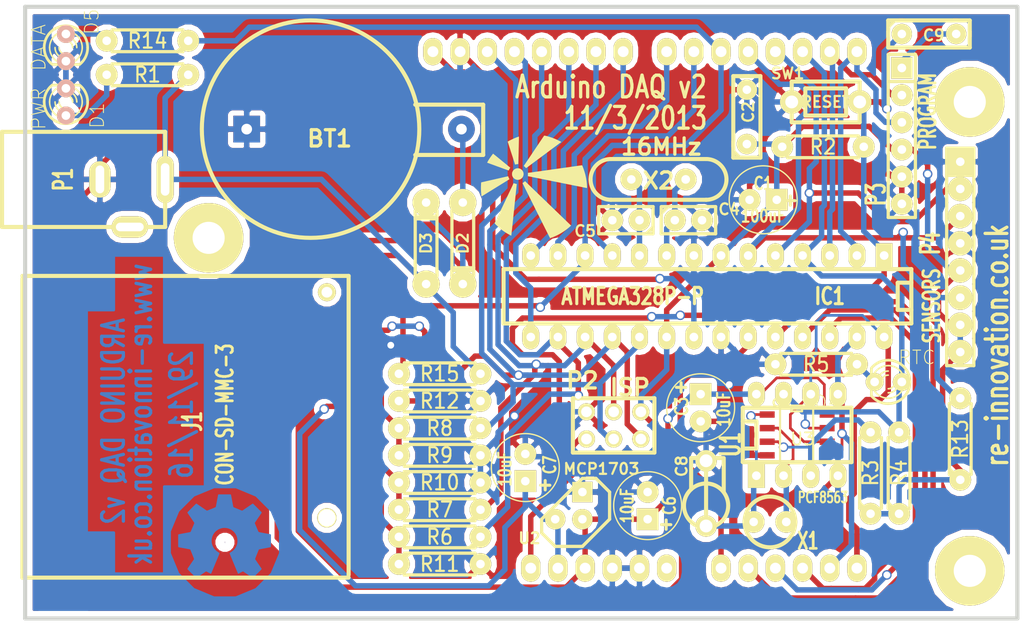
<source format=kicad_pcb>
(kicad_pcb (version 4) (host pcbnew 4.0.5)
  (title_block (date "2 jun 2015"))
  (layers (0 Front signal) (31 Back signal) (34 B.Paste user) (35 F.Paste user) (36 B.SilkS user) (37 F.SilkS user) (38 B.Mask user) (39 F.Mask user) (44 Edge.Cuts user))
  (net 0 "")
  (net 1 +5V)
  (net 2 /a0)
  (net 3 /a1)
  (net 4 /a2)
  (net 5 /a3)
  (net 6 /d7)
  (net 7 /d8)
  (net 8 /d9)
  (net 9 3v3)
  (net 10 A4)
  (net 11 A5)
  (net 12 CD)
  (net 13 D10)
  (net 14 D11)
  (net 15 D12)
  (net 16 D13)
  (net 17 D2)
  (net 18 D3)
  (net 19 D4)
  (net 20 D5)
  (net 21 GND)
  (net 22 RESET)
  (net 23 RxD)
  (net 24 TxD)
  (net 25 "Net-(BT1-Pad1)")
  (net 26 "Net-(C3-Pad1)")
  (net 27 "Net-(C4-Pad1)")
  (net 28 "Net-(C5-Pad1)")
  (net 29 "Net-(C8-Pad1)")
  (net 30 "Net-(C9-Pad2)")
  (net 31 "Net-(D1-Pad1)")
  (net 32 "Net-(D4-Pad2)")
  (net 33 "Net-(D5-Pad1)")
  (net 34 "Net-(IC1-Pad21)")
  (net 35 "Net-(J1-Pad1)")
  (net 36 "Net-(J1-Pad2)")
  (net 37 "Net-(J1-Pad5)")
  (net 38 "Net-(J1-Pad8)")
  (net 39 "Net-(J1-Pad9)")
  (net 40 "Net-(J1-PadWP)")
  (net 41 "Net-(P6-Pad1)")
  (net 42 "Net-(P7-Pad1)")
  (net 43 "Net-(P8-Pad1)")
  (net 44 "Net-(R3-Pad2)")
  (net 45 "Net-(SHIELD1-PadV_IN)")
  (net 46 "Net-(U1-Pad2)")
  (module SD_holder_3M_matt (layer Front) (at 136.906 52.705 270)
    (fp_text reference J1 (at 14.605 14.605 270) (layer F.SilkS) (effects (font (size 1.72974 1.08712) (thickness 0.27178))))
    (fp_text value CON-SD-MMC-3 (at 13.97 11.557 270) (layer F.SilkS) (effects (font (size 1.524 1.016) (thickness 0.254))))
    (pad 1 smd rect (at 20.828 -1.27 270) (size 1.00076 2.4003) (layers Front F.Paste F.Mask) (net 35 "Net-(J1-Pad1)"))
    (pad 2 smd rect (at 18.288 -1.27 270) (size 1.00076 2.4003) (layers Front F.Paste F.Mask) (net 36 "Net-(J1-Pad2)"))
    (pad 3 smd rect (at 15.748 -1.27 270) (size 1.00076 2.4003) (layers Front F.Paste F.Mask) (net 21 GND))
    (pad 4 smd rect (at 13.208 -1.27 270) (size 1.00076 2.4003) (layers Front F.Paste F.Mask) (net 9 3v3))
    (pad 5 smd rect (at 11.049 -1.27 270) (size 1.00076 2.4003) (layers Front F.Paste F.Mask) (net 37 "Net-(J1-Pad5)"))
    (pad 6 smd rect (at 8.509 -1.27 270) (size 1.00076 2.4003) (layers Front F.Paste F.Mask) (net 21 GND))
    (pad 7 smd rect (at 6.096 -1.27 270) (size 0.8001 2.4003) (layers Front F.Paste F.Mask) (net 15 D12))
    (pad 8 smd rect (at 4.445 -1.27 270) (size 0.8001 2.4003) (layers Front F.Paste F.Mask) (net 38 "Net-(J1-Pad8)") (clearance 0.09906))
    (pad 9 smd rect (at 23.368 -1.27 270) (size 1.00076 2.4003) (layers Front F.Paste F.Mask) (net 39 "Net-(J1-Pad9)"))
    (pad CD smd rect (at 3.175 -1.27 270) (size 0.8001 2.4003) (layers Front F.Paste F.Mask) (net 12 CD) (clearance 0.09906))
    (pad "" thru_hole circle (at 2.54 2.032 270) (size 1.6764 1.6764) (drill 1.00076) (layers *.Cu *.Mask F.SilkS))
    (pad "" thru_hole circle (at 23.622 2.032 270) (size 1.80086 1.80086) (drill 1.6002) (layers *.Cu *.Mask F.SilkS))
    (pad WP smd rect (at 2.032 -1.27 270) (size 0.8001 2.4003) (layers Front F.Paste F.Mask) (net 40 "Net-(J1-PadWP)") (clearance 0.09906))
    (pad 6 smd rect (at -0.635 26.67 270) (size 3.50012 3.50012) (layers Front F.Paste F.Mask) (net 21 GND))
    (pad 6 smd rect (at 30.48 26.67 270) (size 3.50012 3.50012) (layers Front F.Paste F.Mask) (net 21 GND))
  )
  (module OSHW_logo_small_back (layer Front) (at 125.349 78.105)
    (fp_text reference VAL hide)
    (fp_text value OSHW_logo_small_back hide)
    (fp_poly (pts (xy 4.29768 -0.20066) (xy 4.29768 0.35814) (xy 4.29768 0.4445) (xy 4.29768 0.52324) (xy 4.29768 0.59182) (xy 4.29768 0.65278) (xy 4.29768 0.70612) (xy 4.29768 0.75438) (xy 4.29768 0.79502) (xy 4.29768 0.83058) (xy 4.29514 0.85852) (xy 4.29514 0.88138) (xy 4.29514 0.89916) (xy 4.29514 0.9144) (xy 4.2926 0.92456) (xy 4.2926 0.92964) (xy 4.2926 0.93218) (xy 4.2799 0.94996) (xy 4.26212 0.96266) (xy 4.2418 0.97028) (xy 4.23418 0.97282) (xy 4.21894 0.97536) (xy 4.19608 0.9779) (xy 4.1656 0.98552) (xy 4.13004 0.9906) (xy 4.08686 1.00076) (xy 4.0386 1.00838) (xy 3.9878 1.01854) (xy 3.92938 1.0287) (xy 3.87096 1.0414) (xy 3.80746 1.05156) (xy 3.74142 1.06426) (xy 3.71094 1.06934) (xy 3.6322 1.08458) (xy 3.56108 1.09728) (xy 3.49758 1.10998) (xy 3.4417 1.12014) (xy 3.39344 1.1303) (xy 3.35026 1.13792) (xy 3.31216 1.14554) (xy 3.28168 1.15062) (xy 3.25628 1.1557) (xy 3.23342 1.16078) (xy 3.21564 1.16586) (xy 3.20294 1.17094) (xy 3.19024 1.17348) (xy 3.18262 1.17602) (xy 3.17754 1.1811) (xy 3.17246 1.18364) (xy 3.16738 1.18618) (xy 3.16484 1.19126) (xy 3.1623 1.1938) (xy 3.1623 1.19634) (xy 3.15976 1.20142) (xy 3.15468 1.21412) (xy 3.14452 1.23698) (xy 3.13436 1.26238) (xy 3.12166 1.2954) (xy 3.10388 1.3335) (xy 3.0861 1.37922) (xy 3.06832 1.42494) (xy 3.048 1.47828) (xy 3.02514 1.53162) (xy 3.00228 1.59004) (xy 2.98958 1.62306) (xy 2.96164 1.69164) (xy 2.93624 1.75514) (xy 2.91338 1.80848) (xy 2.8956 1.85674) (xy 2.87782 1.89992) (xy 2.86512 1.93548) (xy 2.85242 1.96596) (xy 2.84226 1.99136) (xy 2.83718 2.01168) (xy 2.82956 2.02946) (xy 2.82702 2.0447) (xy 2.82448 2.05486) (xy 2.82194 2.06502) (xy 2.82194 2.07264) (xy 2.82194 2.07772) (xy 2.82448 2.0828) (xy 2.82702 2.08788) (xy 2.82702 2.09296) (xy 2.82956 2.09804) (xy 2.83972 2.11074) (xy 2.85242 2.12852) (xy 2.86766 2.15392) (xy 2.88798 2.1844) (xy 2.91084 2.21996) (xy 2.93878 2.25806) (xy 2.96926 2.30124) (xy 2.99974 2.3495) (xy 3.0353 2.4003) (xy 3.07086 2.45364) (xy 3.10896 2.50698) (xy 3.12674 2.53492) (xy 3.16484 2.5908) (xy 3.20294 2.64414) (xy 3.2385 2.69748) (xy 3.27152 2.74574) (xy 3.302 2.79146) (xy 3.32994 2.8321) (xy 3.35534 2.86766) (xy 3.3782 2.90068) (xy 3.39598 2.92862) (xy 3.41122 2.94894) (xy 3.42138 2.96418) (xy 3.42646 2.9718) (xy 3.42646 2.97434) (xy 3.43154 2.99212) (xy 3.429 3.01244) (xy 3.42646 3.02006) (xy 3.42392 3.02514) (xy 3.41376 3.03784) (xy 3.39598 3.05308) (xy 3.37566 3.07594) (xy 3.35026 3.10388) (xy 3.31724 3.13436) (xy 3.28168 3.17246) (xy 3.24104 3.2131) (xy 3.19786 3.25628) (xy 3.1496 3.30454) (xy 3.0988 3.35534) (xy 3.04546 3.40868) (xy 3.0226 3.43154) (xy 2.96418 3.48996) (xy 2.91084 3.5433) (xy 2.86258 3.59156) (xy 2.82194 3.6322) (xy 2.78384 3.6703) (xy 2.75082 3.70078) (xy 2.72288 3.72872) (xy 2.70002 3.75412) (xy 2.67716 3.7719) (xy 2.65938 3.78968) (xy 2.64668 3.80238) (xy 2.63398 3.81254) (xy 2.62382 3.82016) (xy 2.6162 3.82524) (xy 2.60858 3.83032) (xy 2.6035 3.83032) (xy 2.59842 3.83286) (xy 2.59334 3.83032) (xy 2.58826 3.83032) (xy 2.58572 3.82778) (xy 2.58318 3.82778) (xy 2.5781 3.82524) (xy 2.5654 3.81762) (xy 2.54508 3.80492) (xy 2.52222 3.78968) (xy 2.49174 3.76936) (xy 2.45618 3.74396) (xy 2.41554 3.71856) (xy 2.37236 3.69062) (xy 2.32664 3.6576) (xy 2.27838 3.62458) (xy 2.22758 3.58902) (xy 2.18948 3.56362) (xy 2.11836 3.51536) (xy 2.0574 3.47218) (xy 2.00152 3.43408) (xy 1.95072 3.39852) (xy 1.90754 3.37058) (xy 1.86944 3.34264) (xy 1.83388 3.31978) (xy 1.80594 3.302) (xy 1.78308 3.28422) (xy 1.76276 3.27152) (xy 1.74498 3.25882) (xy 1.73228 3.2512) (xy 1.71958 3.24358) (xy 1.71196 3.2385) (xy 1.70434 3.23596) (xy 1.69926 3.23342) (xy 1.69672 3.23342) (xy 1.69418 3.23342) (xy 1.69164 3.23342) (xy 1.68656 3.23342) (xy 1.68402 3.23342) (xy 1.68148 3.23342) (xy 1.6764 3.23342) (xy 1.66878 3.23342) (xy 1.6637 3.23596) (xy 1.65354 3.2385) (xy 1.64592 3.24104) (xy 1.63068 3.24866) (xy 1.61544 3.25628) (xy 1.59258 3.26644) (xy 1.56718 3.28168) (xy 1.5367 3.29692) (xy 1.49606 3.31724) (xy 1.4605 3.33756) (xy 1.41224 3.36296) (xy 1.37414 3.38328) (xy 1.33858 3.40106) (xy 1.31318 3.4163) (xy 1.29032 3.42646) (xy 1.27254 3.43408) (xy 1.2573 3.43916) (xy 1.24714 3.4417) (xy 1.23952 3.4417) (xy 1.2319 3.4417) (xy 1.22682 3.43662) (xy 1.22174 3.43408) (xy 1.2192 3.429) (xy 1.21666 3.42392) (xy 1.20904 3.41122) (xy 1.20142 3.3909) (xy 1.18872 3.36296) (xy 1.17348 3.32994) (xy 1.15824 3.2893) (xy 1.13792 3.24358) (xy 1.1176 3.19278) (xy 1.0922 3.1369) (xy 1.06934 3.07848) (xy 1.0414 3.01498) (xy 1.01346 2.9464) (xy 0.98552 2.87782) (xy 0.95504 2.8067) (xy 0.92456 2.73304) (xy 0.89408 2.65684) (xy 0.86106 2.58064) (xy 0.83058 2.50444) (xy 0.79756 2.4257) (xy 0.76454 2.3495) (xy 0.73406 2.2733) (xy 0.70358 2.19964) (xy 0.6731 2.12598) (xy 0.64516 2.05486) (xy 0.61722 1.98882) (xy 0.58928 1.92278) (xy 0.56388 1.86182) (xy 0.54102 1.8034) (xy 0.5207 1.7526) (xy 0.50038 1.70434) (xy 0.4826 1.66116) (xy 0.46736 1.62306) (xy 0.4572 1.59258) (xy 0.44704 1.56972) (xy 0.43942 1.55448) (xy 0.43688 1.54432) (xy 0.43688 1.54432) (xy 0.43688 1.53162) (xy 0.43942 1.52146) (xy 0.44704 1.50876) (xy 0.4572 1.4986) (xy 0.47498 1.48336) (xy 0.50038 1.46812) (xy 0.5207 1.45288) (xy 0.54356 1.43764) (xy 0.56896 1.4224) (xy 0.58928 1.40716) (xy 0.60706 1.39446) (xy 0.61468 1.39192) (xy 0.62992 1.37922) (xy 0.6477 1.36398) (xy 0.67056 1.34874) (xy 0.69342 1.33096) (xy 0.6985 1.32842) (xy 0.75184 1.28524) (xy 0.80518 1.23698) (xy 0.85598 1.1811) (xy 0.90678 1.12522) (xy 0.94996 1.0668) (xy 0.9779 1.0287) (xy 1.0287 0.9398) (xy 1.07188 0.84836) (xy 1.10744 0.75438) (xy 1.13792 0.65786) (xy 1.1557 0.5588) (xy 1.1684 0.45974) (xy 1.17094 0.35814) (xy 1.16586 0.25908) (xy 1.15316 0.16002) (xy 1.13284 0.06096) (xy 1.10236 -0.03556) (xy 1.08966 -0.07112) (xy 1.04648 -0.16764) (xy 0.99568 -0.25908) (xy 0.9398 -0.34544) (xy 0.8763 -0.42418) (xy 0.80518 -0.49784) (xy 0.72898 -0.56642) (xy 0.64516 -0.62738) (xy 0.5588 -0.68326) (xy 0.49784 -0.71374) (xy 0.4064 -0.75438) (xy 0.3175 -0.7874) (xy 0.2286 -0.81026) (xy 0.13462 -0.8255) (xy 0.04064 -0.83566) (xy -0.03556 -0.8382) (xy -0.08128 -0.83566) (xy -0.12192 -0.83566) (xy -0.15748 -0.83312) (xy -0.19304 -0.82804) (xy -0.23368 -0.82296) (xy -0.26162 -0.81788) (xy -0.3556 -0.79502) (xy -0.44958 -0.76454) (xy -0.54102 -0.72644) (xy -0.62992 -0.68326) (xy -0.71374 -0.62992) (xy -0.79248 -0.5715) (xy -0.86868 -0.508) (xy -0.92964 -0.4445) (xy -0.99568 -0.36322) (xy -1.05664 -0.2794) (xy -1.10744 -0.1905) (xy -1.15062 -0.09652) (xy -1.18618 0) (xy -1.21412 0.1016) (xy -1.23444 0.20828) (xy -1.23698 0.22352) (xy -1.23952 0.25146) (xy -1.24206 0.28448) (xy -1.24206 0.32258) (xy -1.24206 0.36322) (xy -1.24206 0.4064) (xy -1.23952 0.44704) (xy -1.23698 0.4826) (xy -1.23444 0.51562) (xy -1.23444 0.52578) (xy -1.21666 0.62992) (xy -1.18872 0.73152) (xy -1.15316 0.82804) (xy -1.10998 0.92202) (xy -1.05918 1.01092) (xy -0.99822 1.09982) (xy -0.98806 1.11506) (xy -0.96012 1.14808) (xy -0.9271 1.18364) (xy -0.89154 1.2192) (xy -0.85344 1.2573) (xy -0.81788 1.29032) (xy -0.78232 1.31826) (xy -0.76962 1.32842) (xy -0.7493 1.34366) (xy -0.72644 1.36144) (xy -0.70358 1.37668) (xy -0.68834 1.38938) (xy -0.6858 1.39192) (xy -0.67056 1.40208) (xy -0.65024 1.41478) (xy -0.62738 1.43002) (xy -0.60452 1.44526) (xy -0.59182 1.45288) (xy -0.56388 1.4732) (xy -0.54102 1.48844) (xy -0.52578 1.50114) (xy -0.51562 1.51384) (xy -0.51054 1.524) (xy -0.508 1.53416) (xy -0.508 1.54432) (xy -0.51054 1.5494) (xy -0.51562 1.56464) (xy -0.52578 1.58496) (xy -0.53594 1.6129) (xy -0.54864 1.64846) (xy -0.56642 1.6891) (xy -0.5842 1.73482) (xy -0.60452 1.78562) (xy -0.62738 1.8415) (xy -0.65278 1.90246) (xy -0.67818 1.96596) (xy -0.70612 2.032) (xy -0.7366 2.10312) (xy -0.76454 2.17424) (xy -0.79502 2.2479) (xy -0.82804 2.3241) (xy -0.85852 2.4003) (xy -0.89154 2.4765) (xy -0.92202 2.55524) (xy -0.95504 2.63144) (xy -0.98552 2.70764) (xy -1.016 2.7813) (xy -1.04648 2.85496) (xy -1.07696 2.92354) (xy -1.1049 2.99212) (xy -1.1303 3.05562) (xy -1.15824 3.11658) (xy -1.1811 3.175) (xy -1.20396 3.2258) (xy -1.22174 3.27406) (xy -1.24206 3.31724) (xy -1.2573 3.3528) (xy -1.27 3.38328) (xy -1.28016 3.40614) (xy -1.28524 3.42138) (xy -1.29032 3.429) (xy -1.29032 3.429) (xy -1.2954 3.43408) (xy -1.30048 3.43916) (xy -1.30556 3.4417) (xy -1.31318 3.4417) (xy -1.32334 3.4417) (xy -1.3335 3.43662) (xy -1.34874 3.43154) (xy -1.36906 3.42138) (xy -1.39446 3.41122) (xy -1.4224 3.39598) (xy -1.45796 3.37566) (xy -1.50114 3.3528) (xy -1.53162 3.33756) (xy -1.57734 3.3147) (xy -1.6129 3.29438) (xy -1.64592 3.2766) (xy -1.66878 3.2639) (xy -1.6891 3.25374) (xy -1.70688 3.24612) (xy -1.71958 3.24104) (xy -1.7272 3.2385) (xy -1.73482 3.23596) (xy -1.74244 3.23342) (xy -1.74752 3.23342) (xy -1.7526 3.23342) (xy -1.75768 3.23342) (xy -1.76022 3.23342) (xy -1.76276 3.23342) (xy -1.7653 3.23342) (xy -1.76784 3.23342) (xy -1.77292 3.23342) (xy -1.778 3.23596) (xy -1.78562 3.24104) (xy -1.79578 3.24612) (xy -1.80594 3.25374) (xy -1.82118 3.26136) (xy -1.83896 3.27406) (xy -1.86182 3.2893) (xy -1.88722 3.30708) (xy -1.9177 3.3274) (xy -1.95326 3.3528) (xy -1.9939 3.38074) (xy -2.03962 3.41122) (xy -2.09296 3.44678) (xy -2.15138 3.48996) (xy -2.21488 3.53314) (xy -2.26822 3.5687) (xy -2.31902 3.60426) (xy -2.36982 3.63728) (xy -2.41554 3.6703) (xy -2.45872 3.69824) (xy -2.49936 3.72618) (xy -2.53492 3.74904) (xy -2.56286 3.7719) (xy -2.58826 3.78714) (xy -2.60858 3.79984) (xy -2.61874 3.80746) (xy -2.62382 3.81254) (xy -2.64668 3.82524) (xy -2.667 3.83032) (xy -2.68732 3.83032) (xy -2.68732 3.83032) (xy -2.6924 3.82778) (xy -2.70256 3.81762) (xy -2.72034 3.80238) (xy -2.7432 3.77952) (xy -2.77114 3.75158) (xy -2.8067 3.71856) (xy -2.84734 3.67792) (xy -2.8956 3.62966) (xy -2.94894 3.57886) (xy -3.00736 3.5179) (xy -3.0734 3.45186) (xy -3.0988 3.42646) (xy -3.15722 3.36804) (xy -3.21056 3.3147) (xy -3.25882 3.26644) (xy -3.29946 3.2258) (xy -3.33756 3.1877) (xy -3.37058 3.15722) (xy -3.39598 3.12674) (xy -3.42138 3.10388) (xy -3.4417 3.08356) (xy -3.45694 3.06578) (xy -3.46964 3.05308) (xy -3.4798 3.04038) (xy -3.48996 3.03022) (xy -3.49504 3.0226) (xy -3.49758 3.01752) (xy -3.50012 3.01498) (xy -3.50266 3.0099) (xy -3.50266 3.0099) (xy -3.5052 2.99466) (xy -3.50266 2.98196) (xy -3.50266 2.97942) (xy -3.49758 2.97434) (xy -3.48996 2.96164) (xy -3.4798 2.94386) (xy -3.46202 2.91846) (xy -3.4417 2.89052) (xy -3.41884 2.85496) (xy -3.3909 2.81432) (xy -3.36296 2.77114) (xy -3.32994 2.72288) (xy -3.29438 2.67462) (xy -3.25882 2.62128) (xy -3.22072 2.5654) (xy -3.20294 2.54) (xy -3.16484 2.48412) (xy -3.12928 2.43078) (xy -3.09372 2.37998) (xy -3.0607 2.32918) (xy -3.02768 2.286) (xy -2.99974 2.24282) (xy -2.97434 2.20472) (xy -2.95148 2.1717) (xy -2.9337 2.1463) (xy -2.91846 2.12344) (xy -2.9083 2.1082) (xy -2.90322 2.09804) (xy -2.90322 2.09804) (xy -2.90068 2.09296) (xy -2.89814 2.08788) (xy -2.8956 2.08026) (xy -2.89306 2.07518) (xy -2.89306 2.06756) (xy -2.8956 2.0574) (xy -2.89814 2.04724) (xy -2.90068 2.03454) (xy -2.90576 2.01676) (xy -2.91338 1.99644) (xy -2.92354 1.97104) (xy -2.9337 1.94056) (xy -2.94894 1.905) (xy -2.96418 1.86436) (xy -2.98196 1.81864) (xy -3.00482 1.76276) (xy -3.02768 1.7018) (xy -3.05562 1.63322) (xy -3.0607 1.62306) (xy -3.08356 1.56464) (xy -3.10642 1.50876) (xy -3.12928 1.45542) (xy -3.14706 1.40462) (xy -3.16738 1.3589) (xy -3.18262 1.31826) (xy -3.19786 1.28016) (xy -3.21056 1.24968) (xy -3.22072 1.22682) (xy -3.22834 1.20904) (xy -3.23342 1.19888) (xy -3.23342 1.19634) (xy -3.23596 1.19126) (xy -3.2385 1.18872) (xy -3.24104 1.18618) (xy -3.24612 1.1811) (xy -3.2512 1.17856) (xy -3.25882 1.17602) (xy -3.26898 1.17094) (xy -3.28168 1.1684) (xy -3.29692 1.16332) (xy -3.31724 1.15824) (xy -3.34264 1.15316) (xy -3.37058 1.14808) (xy -3.40614 1.14046) (xy -3.44678 1.13284) (xy -3.4925 1.12522) (xy -3.54584 1.11506) (xy -3.60426 1.10236) (xy -3.67284 1.08966) (xy -3.74904 1.07696) (xy -3.7846 1.06934) (xy -3.85064 1.05664) (xy -3.91414 1.04648) (xy -3.97764 1.03378) (xy -4.03606 1.02362) (xy -4.0894 1.01346) (xy -4.1402 1.0033) (xy -4.18592 0.99568) (xy -4.22402 0.98806) (xy -4.25704 0.98044) (xy -4.28244 0.97536) (xy -4.30276 0.97282) (xy -4.31292 0.97028) (xy -4.31546 0.97028) (xy -4.33578 0.96012) (xy -4.35356 0.94488) (xy -4.36626 0.9271) (xy -4.36626 0.92202) (xy -4.3688 0.9144) (xy -4.3688 0.9017) (xy -4.3688 0.88138) (xy -4.37134 0.85598) (xy -4.37134 0.82042) (xy -4.37134 0.77724) (xy -4.37134 0.72644) (xy -4.37134 0.67056) (xy -4.37134 0.60198) (xy -4.37134 0.52832) (xy -4.37134 0.4445) (xy -4.37134 0.35306) (xy -4.37134 0.35052) (xy -4.3688 -0.20066) (xy -4.3561 -0.21844) (xy -4.34594 -0.2286) (xy -4.33578 -0.23622) (xy -4.33324 -0.23876) (xy -4.32562 -0.2413) (xy -4.31292 -0.24384) (xy -4.29006 -0.24638) (xy -4.26212 -0.254) (xy -4.22656 -0.25908) (xy -4.18338 -0.2667) (xy -4.13766 -0.27686) (xy -4.08432 -0.28702) (xy -4.02844 -0.29718) (xy -3.96748 -0.30988) (xy -3.90398 -0.32004) (xy -3.83794 -0.33274) (xy -3.78714 -0.3429) (xy -3.70332 -0.35814) (xy -3.62204 -0.37338) (xy -3.55092 -0.38608) (xy -3.48488 -0.39878) (xy -3.42646 -0.41148) (xy -3.37566 -0.4191) (xy -3.33248 -0.42926) (xy -3.29692 -0.43688) (xy -3.26898 -0.44196) (xy -3.2512 -0.44704) (xy -3.2385 -0.44958) (xy -3.2385 -0.44958) (xy -3.22326 -0.45974) (xy -3.21056 -0.47244) (xy -3.20802 -0.47498) (xy -3.20548 -0.4826) (xy -3.19786 -0.49784) (xy -3.1877 -0.51816) (xy -3.175 -0.5461) (xy -3.15976 -0.57912) (xy -3.14452 -0.61468) (xy -3.12674 -0.65786) (xy -3.10642 -0.70104) (xy -3.0861 -0.7493) (xy -3.06578 -0.79756) (xy -3.04546 -0.84836) (xy -3.0226 -0.89916) (xy -3.00228 -0.94742) (xy -2.97942 -0.99822) (xy -2.9591 -1.04648) (xy -2.94132 -1.08966) (xy -2.92354 -1.13284) (xy -2.9083 -1.17094) (xy -2.89306 -1.20396) (xy -2.8829 -1.23444) (xy -2.87274 -1.25476) (xy -2.86766 -1.27254) (xy -2.86258 -1.28016) (xy -2.86258 -1.28016) (xy -2.86258 -1.29794) (xy -2.86766 -1.31318) (xy -2.86766 -1.31572) (xy -2.8702 -1.3208) (xy -2.87782 -1.3335) (xy -2.89052 -1.35382) (xy -2.9083 -1.37922) (xy -2.92862 -1.4097) (xy -2.95148 -1.44526) (xy -2.97942 -1.4859) (xy -3.0099 -1.52908) (xy -3.04292 -1.57734) (xy -3.07594 -1.62814) (xy -3.11404 -1.68148) (xy -3.15214 -1.7399) (xy -3.18262 -1.78308) (xy -3.22072 -1.8415) (xy -3.25882 -1.89738) (xy -3.29692 -1.95072) (xy -3.32994 -2.00152) (xy -3.36296 -2.04724) (xy -3.39344 -2.09042) (xy -3.41884 -2.12852) (xy -3.4417 -2.16408) (xy -3.46202 -2.19202) (xy -3.47726 -2.21742) (xy -3.48996 -2.2352) (xy -3.49758 -2.24536) (xy -3.50012 -2.2479) (xy -3.50266 -2.26314) (xy -3.50266 -2.28092) (xy -3.50266 -2.286) (xy -3.50012 -2.28854) (xy -3.50012 -2.29108) (xy -3.49758 -2.29616) (xy -3.4925 -2.30124) (xy -3.48742 -2.30886) (xy -3.4798 -2.31902) (xy -3.46964 -2.32918) (xy -3.45694 -2.34442) (xy -3.4417 -2.35966) (xy -3.42138 -2.37998) (xy -3.39852 -2.40284) (xy -3.37312 -2.43078) (xy -3.3401 -2.46126) (xy -3.30454 -2.49682) (xy -3.2639 -2.53746) (xy -3.21818 -2.58572) (xy -3.16738 -2.63652) (xy -3.10896 -2.69494) (xy -3.10134 -2.70256) (xy -3.04292 -2.76098) (xy -2.98958 -2.81432) (xy -2.94132 -2.86004) (xy -2.90068 -2.90322) (xy -2.86258 -2.93878) (xy -2.82956 -2.9718) (xy -2.80162 -2.99974) (xy -2.77876 -3.0226) (xy -2.75844 -3.04292) (xy -2.74066 -3.05816) (xy -2.72796 -3.07086) (xy -2.71526 -3.08102) (xy -2.70764 -3.08864) (xy -2.70002 -3.09626) (xy -2.69494 -3.0988) (xy -2.68986 -3.10134) (xy -2.68732 -3.10388) (xy -2.68478 -3.10388) (xy -2.66954 -3.10388) (xy -2.6543 -3.10134) (xy -2.6543 -3.10134) (xy -2.64922 -3.0988) (xy -2.63652 -3.09118) (xy -2.6162 -3.07848) (xy -2.59334 -3.06324) (xy -2.56286 -3.04292) (xy -2.5273 -3.01752) (xy -2.48666 -2.99212) (xy -2.44348 -2.96164) (xy -2.39522 -2.92862) (xy -2.34442 -2.89306) (xy -2.29108 -2.8575) (xy -2.23266 -2.8194) (xy -2.18694 -2.78638) (xy -2.12852 -2.74574) (xy -2.07264 -2.70764) (xy -2.0193 -2.67208) (xy -1.9685 -2.63652) (xy -1.92024 -2.6035) (xy -1.87706 -2.57302) (xy -1.83642 -2.54762) (xy -1.80086 -2.52222) (xy -1.77038 -2.5019) (xy -1.74752 -2.48666) (xy -1.72974 -2.47396) (xy -1.71704 -2.46634) (xy -1.71196 -2.4638) (xy -1.70688 -2.45872) (xy -1.7018 -2.45618) (xy -1.69418 -2.45618) (xy -1.6891 -2.45364) (xy -1.68148 -2.45364) (xy -1.67132 -2.45364) (xy -1.65862 -2.45618) (xy -1.64338 -2.46126) (xy -1.6256 -2.46634) (xy -1.60274 -2.47396) (xy -1.57734 -2.48412) (xy -1.54686 -2.49682) (xy -1.50876 -2.51206) (xy -1.46558 -2.52984) (xy -1.41732 -2.55016) (xy -1.36144 -2.57302) (xy -1.29794 -2.59842) (xy -1.26238 -2.61112) (xy -1.18872 -2.6416) (xy -1.12522 -2.66954) (xy -1.0668 -2.6924) (xy -1.01854 -2.71272) (xy -0.9779 -2.7305) (xy -0.94234 -2.74574) (xy -0.9144 -2.75844) (xy -0.89408 -2.7686) (xy -0.87884 -2.77368) (xy -0.87122 -2.77876) (xy -0.87122 -2.77876) (xy -0.86106 -2.79146) (xy -0.85344 -2.8067) (xy -0.8509 -2.80924) (xy -0.8509 -2.81686) (xy -0.84582 -2.8321) (xy -0.84328 -2.85496) (xy -0.83566 -2.88544) (xy -0.83058 -2.921) (xy -0.82042 -2.96418) (xy -0.8128 -3.01244) (xy -0.80264 -3.06578) (xy -0.78994 -3.12166) (xy -0.77978 -3.18262) (xy -0.76708 -3.24866) (xy -0.75438 -3.3147) (xy -0.74422 -3.3782) (xy -0.73152 -3.44678) (xy -0.71882 -3.51282) (xy -0.70612 -3.57632) (xy -0.69342 -3.63728) (xy -0.68326 -3.69316) (xy -0.6731 -3.7465) (xy -0.66548 -3.79222) (xy -0.65786 -3.83286) (xy -0.65024 -3.86842) (xy -0.64516 -3.89636) (xy -0.64008 -3.91922) (xy -0.63754 -3.93192) (xy -0.635 -3.937) (xy -0.62738 -3.94716) (xy -0.61722 -3.95732) (xy -0.61468 -3.95986) (xy -0.59944 -3.97002) (xy -0.03556 -3.97002) (xy 0.52832 -3.97002) (xy 0.54356 -3.95732) (xy 0.55626 -3.94716) (xy 0.56388 -3.937) (xy 0.56642 -3.93446) (xy 0.56642 -3.92684) (xy 0.56896 -3.91414) (xy 0.57404 -3.89128) (xy 0.57912 -3.8608) (xy 0.58674 -3.82524) (xy 0.59436 -3.7846) (xy 0.60452 -3.73634) (xy 0.61468 -3.683) (xy 0.62484 -3.62712) (xy 0.63754 -3.56616) (xy 0.6477 -3.50266) (xy 0.6604 -3.43408) (xy 0.6731 -3.3655) (xy 0.68834 -3.28422) (xy 0.70358 -3.20802) (xy 0.71628 -3.14198) (xy 0.72644 -3.08102) (xy 0.7366 -3.03022) (xy 0.74676 -2.9845) (xy 0.75438 -2.94386) (xy 0.75946 -2.91084) (xy 0.76708 -2.88036) (xy 0.77216 -2.8575) (xy 0.77724 -2.83718) (xy 0.77978 -2.82194) (xy 0.78486 -2.8067) (xy 0.7874 -2.79654) (xy 0.78994 -2.78892) (xy 0.79502 -2.78384) (xy 0.79756 -2.7813) (xy 0.8001 -2.77622) (xy 0.80518 -2.77368) (xy 0.80772 -2.77114) (xy 0.81026 -2.77114) (xy 0.81534 -2.7686) (xy 0.82804 -2.76098) (xy 0.84836 -2.75336) (xy 0.8763 -2.7432) (xy 0.90932 -2.72796) (xy 0.94742 -2.71272) (xy 0.9906 -2.69494) (xy 1.03632 -2.67462) (xy 1.08712 -2.6543) (xy 1.14046 -2.63398) (xy 1.19634 -2.61112) (xy 1.19634 -2.61112) (xy 1.26238 -2.58318) (xy 1.32334 -2.55778) (xy 1.37414 -2.53746) (xy 1.41986 -2.51714) (xy 1.4605 -2.5019) (xy 1.49352 -2.4892) (xy 1.52146 -2.47904) (xy 1.54686 -2.46888) (xy 1.56718 -2.4638) (xy 1.58242 -2.45872) (xy 1.59766 -2.45618) (xy 1.60782 -2.45364) (xy 1.61544 -2.45364) (xy 1.62306 -2.45618) (xy 1.63068 -2.45618) (xy 1.63576 -2.46126) (xy 1.64338 -2.4638) (xy 1.64846 -2.46888) (xy 1.65608 -2.47142) (xy 1.66878 -2.48158) (xy 1.6891 -2.49428) (xy 1.71704 -2.51206) (xy 1.74752 -2.53492) (xy 1.78308 -2.56032) (xy 1.82626 -2.58826) (xy 1.86944 -2.61874) (xy 1.92024 -2.65176) (xy 1.97104 -2.68732) (xy 2.02438 -2.72542) (xy 2.08026 -2.76352) (xy 2.1209 -2.79146) (xy 2.17932 -2.82956) (xy 2.23266 -2.86766) (xy 2.286 -2.90322) (xy 2.3368 -2.93878) (xy 2.38252 -2.96926) (xy 2.4257 -2.99974) (xy 2.46634 -3.02514) (xy 2.49936 -3.048) (xy 2.5273 -3.06578) (xy 2.55016 -3.08356) (xy 2.56794 -3.09372) (xy 2.5781 -3.0988) (xy 2.58318 -3.10134) (xy 2.59588 -3.10388) (xy 2.61112 -3.10388) (xy 2.61366 -3.10388) (xy 2.6162 -3.10134) (xy 2.62128 -3.10134) (xy 2.62636 -3.09626) (xy 2.63144 -3.09118) (xy 2.6416 -3.08356) (xy 2.65176 -3.07594) (xy 2.66446 -3.06324) (xy 2.6797 -3.048) (xy 2.70002 -3.03022) (xy 2.72288 -3.00736) (xy 2.74828 -2.98196) (xy 2.77876 -2.95148) (xy 2.81432 -2.91592) (xy 2.85496 -2.87528) (xy 2.90068 -2.8321) (xy 2.95148 -2.7813) (xy 3.00736 -2.72288) (xy 3.03022 -2.70256) (xy 3.08864 -2.64414) (xy 3.13944 -2.5908) (xy 3.1877 -2.54254) (xy 3.22834 -2.5019) (xy 3.26644 -2.46634) (xy 3.29692 -2.43332) (xy 3.32486 -2.40538) (xy 3.34772 -2.38252) (xy 3.36804 -2.3622) (xy 3.38328 -2.34442) (xy 3.39598 -2.33172) (xy 3.40614 -2.31902) (xy 3.41376 -2.3114) (xy 3.42138 -2.30378) (xy 3.42392 -2.29616) (xy 3.42646 -2.29362) (xy 3.429 -2.28854) (xy 3.43154 -2.286) (xy 3.43154 -2.28346) (xy 3.43154 -2.28092) (xy 3.43154 -2.26314) (xy 3.42646 -2.2479) (xy 3.42392 -2.24282) (xy 3.4163 -2.23012) (xy 3.4036 -2.21234) (xy 3.38582 -2.18694) (xy 3.3655 -2.15646) (xy 3.34264 -2.1209) (xy 3.3147 -2.08026) (xy 3.28422 -2.03708) (xy 3.2512 -1.98882) (xy 3.21818 -1.93802) (xy 3.18008 -1.88468) (xy 3.14198 -1.8288) (xy 3.11404 -1.78816) (xy 3.0734 -1.72974) (xy 3.0353 -1.6764) (xy 2.99974 -1.62306) (xy 2.96672 -1.57226) (xy 2.9337 -1.524) (xy 2.90322 -1.48082) (xy 2.87782 -1.44272) (xy 2.85496 -1.40716) (xy 2.83464 -1.37668) (xy 2.8194 -1.35382) (xy 2.8067 -1.33604) (xy 2.80162 -1.32588) (xy 2.79908 -1.3208) (xy 2.79146 -1.29794) (xy 2.79146 -1.2827) (xy 2.794 -1.27762) (xy 2.79908 -1.26238) (xy 2.8067 -1.24206) (xy 2.8194 -1.21412) (xy 2.8321 -1.1811) (xy 2.84734 -1.143) (xy 2.86512 -1.10236) (xy 2.8829 -1.05918) (xy 2.90322 -1.01092) (xy 2.92354 -0.96266) (xy 2.9464 -0.91186) (xy 2.96672 -0.86106) (xy 2.98704 -0.81026) (xy 3.0099 -0.762) (xy 3.03022 -0.71374) (xy 3.05054 -0.66802) (xy 3.06832 -0.62484) (xy 3.0861 -0.58674) (xy 3.0988 -0.55372) (xy 3.11404 -0.52324) (xy 3.1242 -0.50038) (xy 3.13182 -0.48514) (xy 3.13436 -0.47498) (xy 3.1369 -0.47498) (xy 3.14706 -0.46228) (xy 3.1623 -0.45212) (xy 3.16484 -0.44958) (xy 3.17246 -0.44704) (xy 3.19024 -0.4445) (xy 3.2131 -0.43942) (xy 3.24612 -0.4318) (xy 3.28676 -0.42418) (xy 3.33502 -0.41402) (xy 3.3909 -0.40386) (xy 3.4544 -0.39116) (xy 3.52298 -0.37846) (xy 3.60172 -0.36322) (xy 3.683 -0.34798) (xy 3.7084 -0.3429) (xy 3.77698 -0.3302) (xy 3.84302 -0.32004) (xy 3.90652 -0.30734) (xy 3.96494 -0.29718) (xy 4.02082 -0.28702) (xy 4.07162 -0.27686) (xy 4.11734 -0.2667) (xy 4.15798 -0.25908) (xy 4.191 -0.254) (xy 4.21894 -0.24892) (xy 4.23672 -0.24384) (xy 4.24942 -0.2413) (xy 4.25196 -0.2413) (xy 4.26974 -0.23114) (xy 4.28498 -0.21844) (xy 4.29768 -0.20066) (xy 4.29768 -0.20066)) (layer Back) (width 0.00254))
    (pad "" thru_hole circle (at 0 0.508) (size 0.09906 0.09906) (drill 0.762) (layers Back) (clearance 5.00126))
  )
  (module C1_lg_pad (layer Front) (at 162.814 48.514 180)
    (fp_text reference C5 (at 3.81 -1.016 180) (layer F.SilkS) (effects (font (size 1.016 1.016) (thickness 0.2032))))
    (fp_text value 22pF hide)
    (pad 1 thru_hole circle (at -1.27 0 180) (size 2.032 2.032) (drill 0.8001) (layers *.Cu *.Mask F.SilkS) (net 28 "Net-(C5-Pad1)"))
    (pad 2 thru_hole circle (at 1.27 0 180) (size 2.032 2.032) (drill 0.8001) (layers *.Cu *.Mask F.SilkS) (net 21 GND))
  )
  (module ISP_3x2 (layer Front) (at 161.036 67.691 180)
    (fp_text reference P2 (at 2.286 4.191 180) (layer F.SilkS) (effects (font (thickness 0.3048))))
    (fp_text value ISP (at -2.159 3.556 180) (layer F.SilkS) (effects (font (thickness 0.3048))))
    (pad 1 thru_hole circle (at -3.175 -1.27 180) (size 1.6002 1.6002) (drill 1.00076) (layers *.Cu *.Mask F.SilkS) (net 15 D12))
    (pad 2 thru_hole circle (at -3.175 1.27 180) (size 1.6002 1.6002) (drill 1.00076) (layers *.Cu *.Mask F.SilkS) (net 1 +5V))
    (pad 3 thru_hole circle (at -0.635 -1.27 180) (size 1.6002 1.6002) (drill 1.00076) (layers *.Cu *.Mask F.SilkS) (net 16 D13))
    (pad 4 thru_hole circle (at -0.635 1.27 180) (size 1.6002 1.6002) (drill 1.00076) (layers *.Cu *.Mask F.SilkS) (net 14 D11))
    (pad 5 thru_hole circle (at 1.905 -1.27 180) (size 1.6002 1.6002) (drill 1.00076) (layers *.Cu *.Mask F.SilkS) (net 22 RESET))
    (pad 6 thru_hole circle (at 1.905 1.27 180) (size 1.6002 1.6002) (drill 1.00076) (layers *.Cu *.Mask F.SilkS) (net 21 GND))
  )
  (module led-LED3MM_matt (layer Front) (at 110.49 32.385 270)
    (fp_text reference D5 (at -2.413 -2.413 270) (layer F.SilkS) (effects (font (size 1.27 1.27) (thickness 0.0889))))
    (fp_text value DATA (at 0 2.54 270) (layer F.SilkS) (effects (font (size 1.27 1.27) (thickness 0.0889))))
    (pad 1 thru_hole circle (at -1.27 0 270) (size 1.6764 1.6764) (drill 0.8128) (layers *.Cu *.Paste *.SilkS *.Mask) (net 33 "Net-(D5-Pad1)"))
    (pad 2 thru_hole circle (at 1.27 0 270) (size 1.6764 1.6764) (drill 0.8128) (layers *.Cu *.Paste *.SilkS *.Mask) (net 21 GND))
  )
  (module led-LED3MM_matt (layer Front) (at 110.49 37.465 90)
    (fp_text reference D1 (at -1.27 2.921 90) (layer F.SilkS) (effects (font (size 1.27 1.27) (thickness 0.0889))))
    (fp_text value PWR (at -0.635 -2.54 90) (layer F.SilkS) (effects (font (size 1.27 1.27) (thickness 0.0889))))
    (pad 1 thru_hole circle (at -1.27 0 90) (size 1.6764 1.6764) (drill 0.8128) (layers *.Cu *.Paste *.SilkS *.Mask) (net 31 "Net-(D1-Pad1)"))
    (pad 2 thru_hole circle (at 1.27 0 90) (size 1.6764 1.6764) (drill 0.8128) (layers *.Cu *.Paste *.SilkS *.Mask) (net 21 GND))
  )
  (module DC_Power_2_1 (layer Front) (at 119.761 44.704 270)
    (fp_text reference P1 (at 0 9.525 270) (layer F.SilkS) (effects (font (size 1.72974 1.08712) (thickness 0.27178))))
    (fp_text value POWER hide)
    (pad 2 thru_hole oval (at 0 0 270) (size 4.39928 1.6002) (drill oval 3.04038 0.8001) (layers *.Cu *.Mask F.SilkS) (net 1 +5V))
    (pad 1 thru_hole oval (at 0 6.096 270) (size 3.40106 1.99898) (drill oval 2.60096 0.8001) (layers *.Cu *.Mask F.SilkS) (net 21 GND))
    (pad 3 thru_hole oval (at 4.445 3.302 270) (size 1.99898 3.40106) (drill oval 0.8001 2.60096) (layers *.Cu *.Mask F.SilkS))
  )
  (module 1pin_3mmhole (layer Front) (at 194.945 81.28)
    (fp_text reference P8 hide)
    (fp_text value CONN_1 hide)
    (pad 1 thru_hole circle (at 0 0) (size 6.49986 6.49986) (drill 2.99974) (layers *.Cu *.Mask F.SilkS) (net 43 "Net-(P8-Pad1)") (clearance 0.59944))
  )
  (module SIL-6_large_pads (layer Front) (at 188.595 40.64 270)
    (fp_text reference P3 (at 5.461 2.413 270) (layer F.SilkS) (effects (font (size 1.72974 1.08712) (thickness 0.27178))))
    (fp_text value PROGRAM (at -2.286 -2.413 270) (layer F.SilkS) (effects (font (size 1.524 1.016) (thickness 0.254))))
    (pad 1 thru_hole rect (at -6.35 0 270) (size 1.99898 1.99898) (drill 0.8128) (layers *.Cu *.Mask F.SilkS) (net 30 "Net-(C9-Pad2)"))
    (pad 2 thru_hole circle (at -3.81 0 270) (size 2.032 2.032) (drill 0.8128) (layers *.Cu *.Mask F.SilkS) (net 24 TxD))
    (pad 3 thru_hole circle (at -1.27 0 270) (size 2.032 2.032) (drill 0.8128) (layers *.Cu *.Mask F.SilkS) (net 23 RxD))
    (pad 4 thru_hole circle (at 1.27 0 270) (size 2.032 2.032) (drill 0.8128) (layers *.Cu *.Mask F.SilkS) (net 1 +5V))
    (pad 5 thru_hole circle (at 3.81 0 270) (size 2.032 2.032) (drill 0.8128) (layers *.Cu *.Mask F.SilkS) (net 21 GND))
    (pad 6 thru_hole circle (at 6.35 0 270) (size 2.032 2.032) (drill 0.8128) (layers *.Cu *.Mask F.SilkS) (net 21 GND))
  )
  (module SW_PUSH_single_pins (layer Front) (at 181.483 37.465 180)
    (fp_text reference SW1 (at 3.556 2.667 180) (layer F.SilkS) (effects (font (size 1.016 1.016) (thickness 0.2032))))
    (fp_text value RESET (at 0 0 180) (layer F.SilkS) (effects (font (size 1.016 1.016) (thickness 0.2032))))
    (pad 2 thru_hole circle (at 3.175 0 180) (size 2.19964 2.19964) (drill 1.19888) (layers *.Cu *.Mask F.SilkS) (net 21 GND))
    (pad 1 thru_hole circle (at -3.175 0 180) (size 2.19964 2.19964) (drill 1.19888) (layers *.Cu *.Mask F.SilkS) (net 22 RESET))
  )
  (module CTrim (layer Front) (at 170.307 77.089 90)
    (fp_text reference C8 (at 5.588 -2.286 90) (layer F.SilkS) (effects (font (size 1.016 1.016) (thickness 0.2032))))
    (fp_text value CTRIM hide)
    (pad 1 thru_hole circle (at 0 0 90) (size 1.99898 1.99898) (drill 1.19888) (layers *.Cu *.Mask F.SilkS) (net 29 "Net-(C8-Pad1)"))
    (pad 2 thru_hole circle (at 6.096 0 90) (size 1.99898 1.99898) (drill 1.19888) (layers *.Cu *.Mask F.SilkS) (net 21 GND))
  )
  (module D3_lg_pad (layer Front) (at 147.574 50.673 270)
    (fp_text reference D2 (at 0 0 270) (layer F.SilkS) (effects (font (size 1.016 1.016) (thickness 0.2032))))
    (fp_text value 1N4148 hide)
    (pad 2 thru_hole circle (at 3.81 0 270) (size 2.54 2.54) (drill 0.8001) (layers *.Cu *.Mask F.SilkS) (net 26 "Net-(C3-Pad1)"))
    (pad 1 thru_hole circle (at -3.81 0 270) (size 2.54 2.54) (drill 0.8001) (layers *.Cu *.Mask F.SilkS) (net 25 "Net-(BT1-Pad1)"))
  )
  (module Xtal_watch_matt (layer Front) (at 176.276 76.708 180)
    (fp_text reference X1 (at -3.556 -1.778 180) (layer F.SilkS) (effects (font (size 1.524 1.016) (thickness 0.254))))
    (fp_text value "32.27 kHz" hide)
    (pad 1 thru_hole circle (at -1.524 0 180) (size 2.032 2.032) (drill 0.8128) (layers *.Cu *.Mask F.SilkS) (net 46 "Net-(U1-Pad2)"))
    (pad 3 thru_hole circle (at 1.524 0 180) (size 2.032 2.032) (drill 0.8001) (layers *.Cu *.Mask F.SilkS) (net 29 "Net-(C8-Pad1)"))
  )
  (module Batt_conn_20mm_thruh (layer Front) (at 133.35 40.005 180)
    (fp_text reference BT1 (at -1.778 -0.889 180) (layer F.SilkS) (effects (font (thickness 0.3048))))
    (fp_text value "CR2032 3V BATT" hide)
    (pad 2 thru_hole rect (at 5.969 0 180) (size 2.49936 2.49936) (drill 1.00076) (layers *.Cu *.Mask) (net 21 GND))
    (pad 1 thru_hole circle (at -14.097 0 180) (size 2.49936 2.49936) (drill 1.00076) (layers *.Cu *.Mask) (net 25 "Net-(BT1-Pad1)") (clearance 0.254))
  )
  (module DIP-8__300_ELL (layer Front) (at 178.816 68.58)
    (fp_text reference U1 (at -6.223 0.889 90) (layer F.SilkS) (effects (font (size 1.778 1.143) (thickness 0.28702))))
    (fp_text value PCF8563 (at 2.413 5.842) (layer F.SilkS) (effects (font (size 1 0.7) (thickness 0.175))))
    (pad 1 thru_hole rect (at -3.81 3.81) (size 1.5748 2.286) (drill 0.8128) (layers *.Cu *.Mask F.SilkS) (net 29 "Net-(C8-Pad1)"))
    (pad 2 thru_hole oval (at -1.27 3.81) (size 1.5748 2.286) (drill 0.8128) (layers *.Cu *.Mask F.SilkS) (net 46 "Net-(U1-Pad2)"))
    (pad 3 thru_hole oval (at 1.27 3.81) (size 1.5748 2.286) (drill 0.8128) (layers *.Cu *.Mask F.SilkS) (net 44 "Net-(R3-Pad2)"))
    (pad 4 thru_hole oval (at 3.81 3.81) (size 1.5748 2.286) (drill 0.8128) (layers *.Cu *.Mask F.SilkS) (net 21 GND))
    (pad 5 thru_hole oval (at 3.81 -3.81) (size 1.5748 2.286) (drill 0.8128) (layers *.Cu *.Mask F.SilkS) (net 10 A4))
    (pad 6 thru_hole oval (at 1.27 -3.81) (size 1.5748 2.286) (drill 0.8128) (layers *.Cu *.Mask F.SilkS) (net 11 A5))
    (pad 7 thru_hole oval (at -1.27 -3.81) (size 1.5748 2.286) (drill 0.8128) (layers *.Cu *.Mask F.SilkS) (net 17 D2))
    (pad 8 thru_hole oval (at -3.81 -3.81) (size 1.5748 2.286) (drill 0.8128) (layers *.Cu *.Mask F.SilkS) (net 26 "Net-(C3-Pad1)"))
  )
  (module Xtal_small_matt (layer Front) (at 165.862 44.704 180)
    (fp_text reference X2 (at 0 -0.127 180) (layer F.SilkS) (effects (font (thickness 0.3048))))
    (fp_text value 16MHz (at -0.254 3.048 180) (layer F.SilkS) (effects (font (thickness 0.3048))))
    (pad 1 thru_hole circle (at -2.54 0 180) (size 2.032 2.032) (drill 0.8128) (layers *.Cu *.Mask F.SilkS) (net 27 "Net-(C4-Pad1)"))
    (pad 3 thru_hole circle (at 2.54 0 180) (size 2.032 2.032) (drill 0.8001) (layers *.Cu *.Mask F.SilkS) (net 28 "Net-(C5-Pad1)"))
  )
  (module TO92_MC1703_matt (layer Front) (at 157.48 75.184 180)
    (fp_text reference U2 (at 3.683 -3.048 180) (layer F.SilkS) (effects (font (size 1.016 1.016) (thickness 0.2032))))
    (fp_text value MCP1703 (at -3.048 3.429 180) (layer F.SilkS) (effects (font (size 1.016 1.016) (thickness 0.2032))))
    (pad VI thru_hole circle (at -1.27 -1.27 180) (size 1.905 1.905) (drill 0.8001) (layers *.Cu *.Mask F.SilkS) (net 1 +5V))
    (pad GND thru_hole rect (at -1.27 1.27 180) (size 1.905 1.905) (drill 0.8001) (layers *.Cu *.Mask F.SilkS) (net 21 GND))
    (pad VO thru_hole circle (at 1.27 -1.27 180) (size 1.905 1.905) (drill 0.8001) (layers *.Cu *.Mask F.SilkS) (net 9 3v3))
  )
  (module SIL-8_lg_pad_2 (layer Front) (at 194.056 51.943 270)
    (fp_text reference P4 (at -1.27 2.794 270) (layer F.SilkS) (effects (font (size 1.72974 1.08712) (thickness 0.27178))))
    (fp_text value SENSORS (at 4.572 2.667 270) (layer F.SilkS) (effects (font (size 1.524 1.016) (thickness 0.254))))
    (pad 1 thru_hole rect (at -8.89 0 270) (size 2.286 2.286) (drill 0.8001) (layers *.Cu *.Mask F.SilkS) (net 21 GND))
    (pad 2 thru_hole circle (at -6.35 0 270) (size 2.286 2.286) (drill 0.8001) (layers *.Cu *.Mask F.SilkS) (net 18 D3))
    (pad 3 thru_hole circle (at -3.81 0 270) (size 2.286 2.286) (drill 0.8001) (layers *.Cu *.Mask F.SilkS) (net 19 D4))
    (pad 4 thru_hole circle (at -1.27 0 270) (size 2.286 2.286) (drill 0.8001) (layers *.Cu *.Mask F.SilkS) (net 21 GND))
    (pad 5 thru_hole circle (at 1.27 0 270) (size 2.286 2.286) (drill 0.8001) (layers *.Cu *.Mask F.SilkS) (net 1 +5V))
    (pad 6 thru_hole circle (at 3.81 0 270) (size 2.286 2.286) (drill 0.8001) (layers *.Cu *.Mask F.SilkS) (net 19 D4))
    (pad 7 thru_hole circle (at 6.35 0 270) (size 2.286 2.286) (drill 0.8001) (layers *.Cu *.Mask F.SilkS) (net 1 +5V))
    (pad 8 thru_hole circle (at 8.89 0 270) (size 2.286 2.286) (drill 0.8001) (layers *.Cu *.Mask F.SilkS) (net 1 +5V))
  )
  (module R3-LARGE_PADS_0_8_hole (layer Front) (at 145.415 75.565 180)
    (fp_text reference R7 (at 0 0 180) (layer F.SilkS) (effects (font (size 1.397 1.27) (thickness 0.2032))))
    (fp_text value 2k2 hide)
    (pad 1 thru_hole circle (at -3.81 0 180) (size 2.032 2.032) (drill 0.8001) (layers *.Cu *.Mask F.SilkS) (net 14 D11))
    (pad 2 thru_hole circle (at 3.81 0 180) (size 2.032 2.032) (drill 0.8001) (layers *.Cu *.Mask F.SilkS) (net 36 "Net-(J1-Pad2)"))
  )
  (module R3-LARGE_PADS_0_8_hole (layer Front) (at 188.341 72.136 90)
    (fp_text reference R4 (at 0 0 90) (layer F.SilkS) (effects (font (size 1.397 1.27) (thickness 0.2032))))
    (fp_text value 10k hide)
    (pad 1 thru_hole circle (at -3.81 0 90) (size 2.032 2.032) (drill 0.8001) (layers *.Cu *.Mask F.SilkS) (net 1 +5V))
    (pad 2 thru_hole circle (at 3.81 0 90) (size 2.032 2.032) (drill 0.8001) (layers *.Cu *.Mask F.SilkS) (net 17 D2))
  )
  (module R3-LARGE_PADS_0_8_hole (layer Front) (at 185.674 72.136 90)
    (fp_text reference R3 (at 0 0 90) (layer F.SilkS) (effects (font (size 1.397 1.27) (thickness 0.2032))))
    (fp_text value 10k hide)
    (pad 1 thru_hole circle (at -3.81 0 90) (size 2.032 2.032) (drill 0.8001) (layers *.Cu *.Mask F.SilkS) (net 1 +5V))
    (pad 2 thru_hole circle (at 3.81 0 90) (size 2.032 2.032) (drill 0.8001) (layers *.Cu *.Mask F.SilkS) (net 44 "Net-(R3-Pad2)"))
  )
  (module R3-LARGE_PADS_0_8_hole (layer Front) (at 181.229 41.656)
    (fp_text reference R2 (at 0 0) (layer F.SilkS) (effects (font (size 1.397 1.27) (thickness 0.2032))))
    (fp_text value 10k hide)
    (pad 1 thru_hole circle (at -3.81 0) (size 2.032 2.032) (drill 0.8001) (layers *.Cu *.Mask F.SilkS) (net 1 +5V))
    (pad 2 thru_hole circle (at 3.81 0) (size 2.032 2.032) (drill 0.8001) (layers *.Cu *.Mask F.SilkS) (net 22 RESET))
  )
  (module R3-LARGE_PADS_0_8_hole (layer Front) (at 118.11 34.925 180)
    (fp_text reference R1 (at 0 0 180) (layer F.SilkS) (effects (font (size 1.397 1.27) (thickness 0.2032))))
    (fp_text value 1k hide)
    (pad 1 thru_hole circle (at -3.81 0 180) (size 2.032 2.032) (drill 0.8001) (layers *.Cu *.Mask F.SilkS) (net 1 +5V))
    (pad 2 thru_hole circle (at 3.81 0 180) (size 2.032 2.032) (drill 0.8001) (layers *.Cu *.Mask F.SilkS) (net 31 "Net-(D1-Pad1)"))
  )
  (module R3-LARGE_PADS_0_8_hole (layer Front) (at 145.415 80.645)
    (fp_text reference R11 (at 0 0) (layer F.SilkS) (effects (font (size 1.397 1.27) (thickness 0.2032))))
    (fp_text value 3k3 hide)
    (pad 1 thru_hole circle (at -3.81 0) (size 2.032 2.032) (drill 0.8001) (layers *.Cu *.Mask F.SilkS) (net 35 "Net-(J1-Pad1)"))
    (pad 2 thru_hole circle (at 3.81 0) (size 2.032 2.032) (drill 0.8001) (layers *.Cu *.Mask F.SilkS) (net 21 GND))
  )
  (module R3-LARGE_PADS_0_8_hole (layer Front) (at 180.594 61.976 180)
    (fp_text reference R5 (at 0 0 180) (layer F.SilkS) (effects (font (size 1.397 1.27) (thickness 0.2032))))
    (fp_text value 330 hide)
    (pad 1 thru_hole circle (at -3.81 0 180) (size 2.032 2.032) (drill 0.8001) (layers *.Cu *.Mask F.SilkS) (net 32 "Net-(D4-Pad2)"))
    (pad 2 thru_hole circle (at 3.81 0 180) (size 2.032 2.032) (drill 0.8001) (layers *.Cu *.Mask F.SilkS) (net 21 GND))
  )
  (module R3-LARGE_PADS_0_8_hole (layer Front) (at 145.415 78.105 180)
    (fp_text reference R6 (at 0 0 180) (layer F.SilkS) (effects (font (size 1.397 1.27) (thickness 0.2032))))
    (fp_text value 2k2 hide)
    (pad 1 thru_hole circle (at -3.81 0 180) (size 2.032 2.032) (drill 0.8001) (layers *.Cu *.Mask F.SilkS) (net 13 D10))
    (pad 2 thru_hole circle (at 3.81 0 180) (size 2.032 2.032) (drill 0.8001) (layers *.Cu *.Mask F.SilkS) (net 35 "Net-(J1-Pad1)"))
  )
  (module R3-LARGE_PADS_0_8_hole (layer Front) (at 145.415 67.945 180)
    (fp_text reference R8 (at 0 0 180) (layer F.SilkS) (effects (font (size 1.397 1.27) (thickness 0.2032))))
    (fp_text value 2k2 hide)
    (pad 1 thru_hole circle (at -3.81 0 180) (size 2.032 2.032) (drill 0.8001) (layers *.Cu *.Mask F.SilkS) (net 16 D13))
    (pad 2 thru_hole circle (at 3.81 0 180) (size 2.032 2.032) (drill 0.8001) (layers *.Cu *.Mask F.SilkS) (net 37 "Net-(J1-Pad5)"))
  )
  (module R3-LARGE_PADS_0_8_hole (layer Front) (at 145.415 70.485)
    (fp_text reference R9 (at 0 0) (layer F.SilkS) (effects (font (size 1.397 1.27) (thickness 0.2032))))
    (fp_text value 3k3 hide)
    (pad 1 thru_hole circle (at -3.81 0) (size 2.032 2.032) (drill 0.8001) (layers *.Cu *.Mask F.SilkS) (net 37 "Net-(J1-Pad5)"))
    (pad 2 thru_hole circle (at 3.81 0) (size 2.032 2.032) (drill 0.8001) (layers *.Cu *.Mask F.SilkS) (net 21 GND))
  )
  (module R3-LARGE_PADS_0_8_hole (layer Front) (at 145.415 65.405)
    (fp_text reference R12 (at 0 0) (layer F.SilkS) (effects (font (size 1.397 1.27) (thickness 0.2032))))
    (fp_text value 100k hide)
    (pad 1 thru_hole circle (at -3.81 0) (size 2.032 2.032) (drill 0.8001) (layers *.Cu *.Mask F.SilkS) (net 15 D12))
    (pad 2 thru_hole circle (at 3.81 0) (size 2.032 2.032) (drill 0.8001) (layers *.Cu *.Mask F.SilkS) (net 21 GND))
  )
  (module R3-LARGE_PADS_0_8_hole (layer Front) (at 194.056 68.961 90)
    (fp_text reference R13 (at 0 0 90) (layer F.SilkS) (effects (font (size 1.397 1.27) (thickness 0.2032))))
    (fp_text value 4k7 hide)
    (pad 1 thru_hole circle (at -3.81 0 90) (size 2.032 2.032) (drill 0.8001) (layers *.Cu *.Mask F.SilkS) (net 1 +5V))
    (pad 2 thru_hole circle (at 3.81 0 90) (size 2.032 2.032) (drill 0.8001) (layers *.Cu *.Mask F.SilkS) (net 19 D4))
  )
  (module R3-LARGE_PADS_0_8_hole (layer Front) (at 118.11 31.75 180)
    (fp_text reference R14 (at 0 0 180) (layer F.SilkS) (effects (font (size 1.397 1.27) (thickness 0.2032))))
    (fp_text value 1k hide)
    (pad 1 thru_hole circle (at -3.81 0 180) (size 2.032 2.032) (drill 0.8001) (layers *.Cu *.Mask F.SilkS) (net 20 D5))
    (pad 2 thru_hole circle (at 3.81 0 180) (size 2.032 2.032) (drill 0.8001) (layers *.Cu *.Mask F.SilkS) (net 33 "Net-(D5-Pad1)"))
  )
  (module R3-LARGE_PADS_0_8_hole (layer Front) (at 145.415 73.025)
    (fp_text reference R10 (at 0 0) (layer F.SilkS) (effects (font (size 1.397 1.27) (thickness 0.2032))))
    (fp_text value 3k3 hide)
    (pad 1 thru_hole circle (at -3.81 0) (size 2.032 2.032) (drill 0.8001) (layers *.Cu *.Mask F.SilkS) (net 36 "Net-(J1-Pad2)"))
    (pad 2 thru_hole circle (at 3.81 0) (size 2.032 2.032) (drill 0.8001) (layers *.Cu *.Mask F.SilkS) (net 21 GND))
  )
  (module C1V7_lg_pad_lg_hole (layer Front) (at 175.641 46.609 180)
    (fp_text reference C1 (at 0 1.524 180) (layer F.SilkS) (effects (font (size 1.143 0.889) (thickness 0.2032))))
    (fp_text value 100uF (at 0 -1.524 180) (layer F.SilkS) (effects (font (size 1.143 0.889) (thickness 0.2032))))
    (fp_text user + (at -2.54 0 180) (layer F.SilkS) (effects (font (size 1.143 1.143) (thickness 0.28702))))
    (pad 1 thru_hole rect (at -1.27 0 180) (size 2.032 2.032) (drill 0.8001) (layers *.Cu *.Mask F.SilkS) (net 1 +5V))
    (pad 2 thru_hole circle (at 1.27 0 180) (size 2.032 2.032) (drill 0.8001) (layers *.Cu *.Mask F.SilkS) (net 21 GND))
  )
  (module C1V7_lg_pad_lg_hole (layer Front) (at 169.799 66.04 270)
    (fp_text reference C3 (at -0.127 1.778 270) (layer F.SilkS) (effects (font (size 1.143 0.889) (thickness 0.2032))))
    (fp_text value 10uF (at 0.127 -2.159 270) (layer F.SilkS) (effects (font (size 1.143 0.889) (thickness 0.2032))))
    (fp_text user + (at -1.905 1.905 270) (layer F.SilkS) (effects (font (size 1.143 1.143) (thickness 0.28702))))
    (pad 1 thru_hole rect (at -1.27 0 270) (size 2.032 2.032) (drill 0.8001) (layers *.Cu *.Mask F.SilkS) (net 26 "Net-(C3-Pad1)"))
    (pad 2 thru_hole circle (at 1.27 0 270) (size 2.032 2.032) (drill 0.8001) (layers *.Cu *.Mask F.SilkS) (net 21 GND))
  )
  (module C1V7_lg_pad_lg_hole (layer Front) (at 153.416 71.628 90)
    (fp_text reference C7 (at 0.254 2.286 90) (layer F.SilkS) (effects (font (size 1.143 0.889) (thickness 0.2032))))
    (fp_text value 10uF (at -0.127 -1.905 90) (layer F.SilkS) (effects (font (size 1.143 0.889) (thickness 0.2032))))
    (fp_text user + (at -1.651 1.778 90) (layer F.SilkS) (effects (font (size 1.143 1.143) (thickness 0.28702))))
    (pad 1 thru_hole rect (at -1.27 0 90) (size 2.032 2.032) (drill 0.8001) (layers *.Cu *.Mask F.SilkS) (net 9 3v3))
    (pad 2 thru_hole circle (at 1.27 0 90) (size 2.032 2.032) (drill 0.8001) (layers *.Cu *.Mask F.SilkS) (net 21 GND))
  )
  (module C1V7_lg_pad_lg_hole (layer Front) (at 164.846 75.184 90)
    (fp_text reference C6 (at 0 2.032 90) (layer F.SilkS) (effects (font (size 1.143 0.889) (thickness 0.2032))))
    (fp_text value 10uF (at 0 -1.905 90) (layer F.SilkS) (effects (font (size 1.143 0.889) (thickness 0.2032))))
    (fp_text user + (at -1.778 1.651 90) (layer F.SilkS) (effects (font (size 1.143 1.143) (thickness 0.28702))))
    (pad 1 thru_hole rect (at -1.27 0 90) (size 2.032 2.032) (drill 0.8001) (layers *.Cu *.Mask F.SilkS) (net 1 +5V))
    (pad 2 thru_hole circle (at 1.27 0 90) (size 2.032 2.032) (drill 0.8001) (layers *.Cu *.Mask F.SilkS) (net 21 GND))
  )
  (module C1_wide_lg_pad_2 (layer Front) (at 174.117 40.132 90)
    (fp_text reference C2 (at 1.7145 0.127 90) (layer F.SilkS) (effects (font (size 1.016 1.016) (thickness 0.2032))))
    (fp_text value 100nF hide)
    (pad 1 thru_hole circle (at -1.27 0 90) (size 1.905 1.905) (drill 0.8001) (layers *.Cu *.Mask F.SilkS) (net 1 +5V))
    (pad 2 thru_hole circle (at 3.81 0 90) (size 1.905 1.905) (drill 0.8001) (layers *.Cu *.Mask F.SilkS) (net 21 GND))
  )
  (module C1_wide_lg_pad (layer Front) (at 189.865 31.115)
    (fp_text reference C9 (at 1.7145 0.127) (layer F.SilkS) (effects (font (size 1.016 1.016) (thickness 0.2032))))
    (fp_text value 100nF hide)
    (pad 1 thru_hole circle (at -1.27 0) (size 1.905 1.905) (drill 0.8001) (layers *.Cu *.Mask F.SilkS) (net 22 RESET))
    (pad 2 thru_hole circle (at 3.81 0) (size 1.905 1.905) (drill 0.8001) (layers *.Cu *.Mask F.SilkS) (net 30 "Net-(C9-Pad2)"))
  )
  (module led-LED3MM_matt (layer Front) (at 187.325 63.627 180)
    (fp_text reference D4 (at 5.715 -1.905 180) (layer F.SilkS) (effects (font (size 1.27 1.27) (thickness 0.0889))))
    (fp_text value RTC (at -2.667 2.286 180) (layer F.SilkS) (effects (font (size 1.27 1.27) (thickness 0.0889))))
    (pad 1 thru_hole circle (at -1.27 0 180) (size 1.6764 1.6764) (drill 0.8128) (layers *.Cu F.Paste F.SilkS F.Mask) (net 17 D2))
    (pad 2 thru_hole circle (at 1.27 0 180) (size 1.6764 1.6764) (drill 0.8128) (layers *.Cu F.Paste F.SilkS F.Mask) (net 32 "Net-(D4-Pad2)"))
  )
  (module DIP-28__300_ELL (layer Front) (at 170.434 55.626 180)
    (fp_text reference IC1 (at -11.43 0 180) (layer F.SilkS) (effects (font (size 1.524 1.143) (thickness 0.28702))))
    (fp_text value ATMEGA328P-P (at 6.985 0 180) (layer F.SilkS) (effects (font (size 1.524 1.143) (thickness 0.28702))))
    (pad 2 thru_hole oval (at -13.97 3.81 180) (size 1.5748 2.286) (drill 0.8128) (layers *.Cu *.Mask F.SilkS) (net 23 RxD))
    (pad 3 thru_hole oval (at -11.43 3.81 180) (size 1.5748 2.286) (drill 0.8128) (layers *.Cu *.Mask F.SilkS) (net 24 TxD))
    (pad 4 thru_hole oval (at -8.89 3.81 180) (size 1.5748 2.286) (drill 0.8128) (layers *.Cu *.Mask F.SilkS) (net 17 D2))
    (pad 5 thru_hole oval (at -6.35 3.81 180) (size 1.5748 2.286) (drill 0.8128) (layers *.Cu *.Mask F.SilkS) (net 18 D3))
    (pad 6 thru_hole oval (at -3.81 3.81 180) (size 1.5748 2.286) (drill 0.8128) (layers *.Cu *.Mask F.SilkS) (net 19 D4))
    (pad 7 thru_hole oval (at -1.27 3.81 180) (size 1.5748 2.286) (drill 0.8128) (layers *.Cu *.Mask F.SilkS) (net 1 +5V))
    (pad 8 thru_hole oval (at 1.27 3.81 180) (size 1.5748 2.286) (drill 0.8128) (layers *.Cu *.Mask F.SilkS) (net 21 GND))
    (pad 9 thru_hole oval (at 3.81 3.81 180) (size 1.5748 2.286) (drill 0.8128) (layers *.Cu *.Mask F.SilkS) (net 27 "Net-(C4-Pad1)"))
    (pad 10 thru_hole oval (at 6.35 3.81 180) (size 1.5748 2.286) (drill 0.8128) (layers *.Cu *.Mask F.SilkS) (net 28 "Net-(C5-Pad1)"))
    (pad 11 thru_hole oval (at 8.89 3.81 180) (size 1.5748 2.286) (drill 0.8128) (layers *.Cu *.Mask F.SilkS) (net 20 D5))
    (pad 12 thru_hole oval (at 11.43 3.81 180) (size 1.5748 2.286) (drill 0.8128) (layers *.Cu *.Mask F.SilkS) (net 12 CD))
    (pad 13 thru_hole oval (at 13.97 3.81 180) (size 1.5748 2.286) (drill 0.8128) (layers *.Cu *.Mask F.SilkS) (net 6 /d7))
    (pad 14 thru_hole oval (at 16.51 3.81 180) (size 1.5748 2.286) (drill 0.8128) (layers *.Cu *.Mask F.SilkS) (net 7 /d8))
    (pad 1 thru_hole rect (at -16.51 3.81 180) (size 1.5748 2.286) (drill 0.8128) (layers *.Cu *.Mask F.SilkS) (net 22 RESET))
    (pad 15 thru_hole oval (at 16.51 -3.81 180) (size 1.5748 2.286) (drill 0.8128) (layers *.Cu *.Mask F.SilkS) (net 8 /d9))
    (pad 16 thru_hole oval (at 13.97 -3.81 180) (size 1.5748 2.286) (drill 0.8128) (layers *.Cu *.Mask F.SilkS) (net 13 D10))
    (pad 17 thru_hole oval (at 11.43 -3.81 180) (size 1.5748 2.286) (drill 0.8128) (layers *.Cu *.Mask F.SilkS) (net 14 D11))
    (pad 18 thru_hole oval (at 8.89 -3.81 180) (size 1.5748 2.286) (drill 0.8128) (layers *.Cu *.Mask F.SilkS) (net 15 D12))
    (pad 19 thru_hole oval (at 6.35 -3.81 180) (size 1.5748 2.286) (drill 0.8128) (layers *.Cu *.Mask F.SilkS) (net 16 D13))
    (pad 20 thru_hole oval (at 3.81 -3.81 180) (size 1.5748 2.286) (drill 0.8128) (layers *.Cu *.Mask F.SilkS) (net 1 +5V))
    (pad 21 thru_hole oval (at 1.27 -3.81 180) (size 1.5748 2.286) (drill 0.8128) (layers *.Cu *.Mask F.SilkS) (net 34 "Net-(IC1-Pad21)"))
    (pad 22 thru_hole oval (at -1.27 -3.81 180) (size 1.5748 2.286) (drill 0.8128) (layers *.Cu *.Mask F.SilkS) (net 21 GND))
    (pad 23 thru_hole oval (at -3.81 -3.81 180) (size 1.5748 2.286) (drill 0.8128) (layers *.Cu *.Mask F.SilkS) (net 2 /a0))
    (pad 24 thru_hole oval (at -6.35 -3.81 180) (size 1.5748 2.286) (drill 0.8128) (layers *.Cu *.Mask F.SilkS) (net 3 /a1))
    (pad 25 thru_hole oval (at -8.89 -3.81 180) (size 1.5748 2.286) (drill 0.8128) (layers *.Cu *.Mask F.SilkS) (net 4 /a2))
    (pad 26 thru_hole oval (at -11.43 -3.81 180) (size 1.5748 2.286) (drill 0.8128) (layers *.Cu *.Mask F.SilkS) (net 5 /a3))
    (pad 27 thru_hole oval (at -13.97 -3.81 180) (size 1.5748 2.286) (drill 0.8128) (layers *.Cu *.Mask F.SilkS) (net 10 A4))
    (pad 28 thru_hole oval (at -16.51 -3.81 180) (size 1.5748 2.286) (drill 0.8128) (layers *.Cu *.Mask F.SilkS) (net 11 A5))
  )
  (module R3-LARGE_PADS_0_8_hole (layer Front) (at 145.415 62.865)
    (fp_text reference R15 (at 0 0) (layer F.SilkS) (effects (font (size 1.397 1.27) (thickness 0.2032))))
    (fp_text value 10k hide)
    (pad 1 thru_hole circle (at -3.81 0) (size 2.032 2.032) (drill 0.8001) (layers *.Cu *.Mask F.SilkS) (net 12 CD))
    (pad 2 thru_hole circle (at 3.81 0) (size 2.032 2.032) (drill 0.8001) (layers *.Cu *.Mask F.SilkS) (net 1 +5V))
  )
  (module D3_lg_pad (layer Front) (at 144.145 50.673 90)
    (fp_text reference D3 (at 0 0 90) (layer F.SilkS) (effects (font (size 1.016 1.016) (thickness 0.2032))))
    (fp_text value 1N4148 hide)
    (pad 2 thru_hole circle (at 3.81 0 90) (size 2.54 2.54) (drill 0.8001) (layers *.Cu *.Mask F.SilkS) (net 26 "Net-(C3-Pad1)"))
    (pad 1 thru_hole circle (at -3.81 0 90) (size 2.54 2.54) (drill 0.8001) (layers *.Cu *.Mask F.SilkS) (net 1 +5V))
  )
  (module 1pin_3mmhole (layer Front) (at 194.945 37.465)
    (fp_text reference P6 hide)
    (fp_text value CONN_1 hide)
    (pad 1 thru_hole circle (at 0 0) (size 6.49986 6.49986) (drill 2.99974) (layers *.Cu *.Mask F.SilkS) (net 41 "Net-(P6-Pad1)") (clearance 0.59944))
  )
  (module 1pin_3mmhole (layer Front) (at 123.825 50.165)
    (fp_text reference P7 hide)
    (fp_text value CONN_1 hide)
    (pad 1 thru_hole circle (at 0 0) (size 6.49986 6.49986) (drill 2.99974) (layers *.Cu *.Mask F.SilkS) (net 42 "Net-(P7-Pad1)") (clearance 0.59944))
  )
  (module C1_lg_pad (layer Front) (at 168.656 48.514)
    (fp_text reference C4 (at 3.81 -1.016) (layer F.SilkS) (effects (font (size 1.016 1.016) (thickness 0.2032))))
    (fp_text value 22pF hide)
    (pad 1 thru_hole circle (at -1.27 0) (size 2.032 2.032) (drill 0.8001) (layers *.Cu *.Mask F.SilkS) (net 27 "Net-(C4-Pad1)"))
    (pad 2 thru_hole circle (at 1.27 0) (size 2.032 2.032) (drill 0.8001) (layers *.Cu *.Mask F.SilkS) (net 21 GND))
  )
  (module reinnovation_logo_15mm (layer Front) (at 154.559 46.101)
    (fp_text reference VAL hide)
    (fp_text value reinnovation_logo_15mm hide)
  )
  (module REInnovationFootprint:SM_SOIC_8 (layer Front) (at 178.816 69.215 270)
    (fp_text reference U3 (at -0.254 -0.508 360) (layer F.SilkS) (effects (font (size 1.143 1.143) (thickness 0.1524))))
    (fp_text value PCF8563 hide)
    (pad 8 smd rect (at -2.54 -2.8 270) (size 0.59944 1.39954) (layers Front F.Paste F.Mask) (net 26 "Net-(C3-Pad1)"))
    (pad 1 smd rect (at -2.54 2.8 270) (size 0.59944 1.39954) (layers Front F.Paste F.Mask) (net 29 "Net-(C8-Pad1)"))
    (pad 7 smd rect (at -1.27 -2.8 270) (size 0.59944 1.39954) (layers Front F.Paste F.Mask) (net 17 D2))
    (pad 6 smd rect (at 0 -2.8 270) (size 0.59944 1.39954) (layers Front F.Paste F.Mask) (net 11 A5))
    (pad 5 smd rect (at 1.27 -2.8 270) (size 0.59944 1.39954) (layers Front F.Paste F.Mask) (net 10 A4))
    (pad 2 smd rect (at -1.27 2.8 270) (size 0.59944 1.39954) (layers Front F.Paste F.Mask) (net 46 "Net-(U1-Pad2)"))
    (pad 3 smd rect (at 0 2.8 270) (size 0.59944 1.39954) (layers Front F.Paste F.Mask) (net 44 "Net-(R3-Pad2)"))
    (pad 4 smd rect (at 1.27 2.8 270) (size 0.59944 1.39954) (layers Front F.Paste F.Mask) (net 21 GND))
  )
  (module matts_components:ARDUINO_SHIELD_040pins_no_hole_large_pad_no_outline (layer Front) (at 120.904 83.566)
    (fp_text reference SHIELD1 hide)
    (fp_text value ARDUINO_SHIELD hide)
    (pad AD5 thru_hole oval (at 63.5 -2.54 90) (size 2.54 1.80086) (drill 1.016) (layers *.Cu *.Mask F.SilkS) (net 11 A5))
    (pad AD4 thru_hole oval (at 60.96 -2.54 90) (size 2.54 1.80086) (drill 1.016) (layers *.Cu *.Mask F.SilkS) (net 10 A4))
    (pad AD3 thru_hole oval (at 58.42 -2.54 90) (size 2.54 1.80086) (drill 1.016) (layers *.Cu *.Mask F.SilkS) (net 5 /a3))
    (pad AD0 thru_hole oval (at 50.8 -2.54 90) (size 2.54 1.80086) (drill 1.016) (layers *.Cu *.Mask F.SilkS) (net 2 /a0))
    (pad AD1 thru_hole oval (at 53.34 -2.54 90) (size 2.54 1.80086) (drill 1.016) (layers *.Cu *.Mask F.SilkS) (net 3 /a1))
    (pad AD2 thru_hole oval (at 55.88 -2.54 90) (size 2.54 1.80086) (drill 1.016) (layers *.Cu *.Mask F.SilkS) (net 4 /a2))
    (pad V_IN thru_hole oval (at 45.72 -2.54 90) (size 2.54 1.80086) (drill 1.016) (layers *.Cu *.Mask F.SilkS) (net 45 "Net-(SHIELD1-PadV_IN)"))
    (pad GND2 thru_hole oval (at 43.18 -2.54 90) (size 2.54 1.80086) (drill 1.016) (layers *.Cu *.Mask F.SilkS) (net 21 GND))
    (pad GND1 thru_hole oval (at 40.64 -2.54 90) (size 2.54 1.80086) (drill 1.016) (layers *.Cu *.Mask F.SilkS) (net 21 GND))
    (pad 3V3 thru_hole oval (at 35.56 -2.54 90) (size 2.54 1.80086) (drill 1.016) (layers *.Cu *.Mask F.SilkS) (net 9 3v3))
    (pad RST thru_hole oval (at 33.02 -2.54 90) (size 2.54 1.80086) (drill 1.016) (layers *.Cu *.Mask F.SilkS) (net 22 RESET))
    (pad 0 thru_hole oval (at 63.5 -50.8 90) (size 2.54 1.80086) (drill 1.016) (layers *.Cu *.Mask F.SilkS) (net 23 RxD))
    (pad 1 thru_hole oval (at 60.96 -50.8 90) (size 2.54 1.80086) (drill 1.016) (layers *.Cu *.Mask F.SilkS) (net 24 TxD))
    (pad 2 thru_hole oval (at 58.42 -50.8 90) (size 2.54 1.80086) (drill 1.016) (layers *.Cu *.Mask F.SilkS) (net 17 D2))
    (pad 3 thru_hole oval (at 55.88 -50.8 90) (size 2.54 1.80086) (drill 1.016) (layers *.Cu *.Mask F.SilkS) (net 18 D3))
    (pad 4 thru_hole oval (at 53.34 -50.8 90) (size 2.54 1.80086) (drill 1.016) (layers *.Cu *.Mask F.SilkS) (net 19 D4))
    (pad 5 thru_hole oval (at 50.8 -50.8 90) (size 2.54 1.80086) (drill 1.016) (layers *.Cu *.Mask F.SilkS) (net 20 D5))
    (pad 6 thru_hole oval (at 48.26 -50.8 90) (size 2.54 1.80086) (drill 1.016) (layers *.Cu *.Mask F.SilkS) (net 12 CD))
    (pad 7 thru_hole oval (at 45.72 -50.8 90) (size 2.54 1.80086) (drill 1.016) (layers *.Cu *.Mask F.SilkS) (net 6 /d7))
    (pad 8 thru_hole oval (at 41.656 -50.8 90) (size 2.54 1.80086) (drill 1.016) (layers *.Cu *.Mask F.SilkS) (net 7 /d8))
    (pad 9 thru_hole oval (at 39.116 -50.8 90) (size 2.54 1.80086) (drill 1.016) (layers *.Cu *.Mask F.SilkS) (net 8 /d9))
    (pad 10 thru_hole oval (at 36.576 -50.8 90) (size 2.54 1.80086) (drill 1.016) (layers *.Cu *.Mask F.SilkS) (net 13 D10))
    (pad 11 thru_hole oval (at 34.036 -50.8 90) (size 2.54 1.80086) (drill 1.016) (layers *.Cu *.Mask F.SilkS) (net 14 D11))
    (pad 12 thru_hole oval (at 31.496 -50.8 90) (size 2.54 1.80086) (drill 1.016) (layers *.Cu *.Mask F.SilkS) (net 15 D12))
    (pad 13 thru_hole oval (at 28.956 -50.8 90) (size 2.54 1.80086) (drill 1.016) (layers *.Cu *.Mask F.SilkS) (net 16 D13))
    (pad GND3 thru_hole oval (at 26.416 -50.8 90) (size 2.54 1.80086) (drill 1.016) (layers *.Cu *.Mask F.SilkS) (net 21 GND))
    (pad AREF thru_hole oval (at 23.876 -50.8 90) (size 2.54 1.80086) (drill 1.016) (layers *.Cu *.Mask F.SilkS) (net 34 "Net-(IC1-Pad21)"))
    (pad 5V thru_hole oval (at 38.1 -2.54 90) (size 2.54 1.80086) (drill 1.016) (layers *.Cu *.Mask F.SilkS) (net 1 +5V))
  )
  (gr_text 11/3/2013 (at 163.703 38.989) (layer F.SilkS) (effects (font (size 2.032 1.524) (thickness 0.3048))))
  (gr_text re-innovation.co.uk (at 197.485 60.198 90) (layer F.SilkS) (effects (font (size 2.032 1.524) (thickness 0.3048))))
  (gr_text "Arduino DAQ v2" (at 161.417 36.068) (layer F.SilkS) (effects (font (size 2.032 1.524) (thickness 0.3048))))
  (gr_line (start 199.39 28.575) (end 106.68 28.575) (angle 90) (layer Edge.Cuts) (width 0.381))
  (gr_line (start 199.39 85.725) (end 199.39 28.575) (angle 90) (layer Edge.Cuts) (width 0.381))
  (gr_line (start 106.68 85.725) (end 199.39 85.725) (angle 90) (layer Edge.Cuts) (width 0.381))
  (gr_line (start 106.68 28.575) (end 106.68 85.725) (angle 90) (layer Edge.Cuts) (width 0.381))
  (gr_text 29/11/16 (at 121.285 66.675 90) (layer Back) (effects (font (size 2.032 1.524) (thickness 0.3048)) (justify mirror)))
  (gr_text www.re-innovation.co.uk (at 117.475 66.675 90) (layer Back) (effects (font (size 2.032 1.524) (thickness 0.3048)) (justify mirror)))
  (gr_text "ARDUINO DAQ v2" (at 114.935 67.31 90) (layer Back) (effects (font (size 2.032 1.524) (thickness 0.3048)) (justify mirror)))
  (segment (start 120.7135 36.1315) (end 121.92 34.925) (width 0.508) (layer Back) (net 1))
  (segment (start 188.341 73.406) (end 188.976 72.771) (width 0.508) (layer Back) (net 1))
  (segment (start 177.165 41.402) (end 177.419 41.656) (width 0.508) (layer Back) (net 1))
  (segment (start 159.004 81.026) (end 159.004 76.708) (width 0.508) (layer Front) (net 1))
  (segment (start 133.223 52.959) (end 133.35 52.959) (width 0.508) (layer Front) (net 1))
  (segment (start 164.211 66.421) (end 165.481 67.691) (width 0.508) (layer Front) (net 1))
  (segment (start 166.624 72.898) (end 166.624 74.676) (width 0.508) (layer Front) (net 1))
  (segment (start 188.341 75.946) (end 188.341 73.406) (width 0.508) (layer Back) (net 1))
  (segment (start 192.405 70.231) (end 192.405 62.484) (width 0.508) (layer Front) (net 1))
  (segment (start 175.133 48.387) (end 176.911 46.609) (width 0.508) (layer Back) (net 1))
  (segment (start 194.056 72.771) (end 194.056 71.882) (width 0.508) (layer Front) (net 1))
  (segment (start 119.761 37.084) (end 120.7135 36.1315) (width 0.508) (layer Back) (net 1))
  (segment (start 187.706 41.91) (end 187.071 41.275) (width 0.508) (layer Front) (net 1))
  (segment (start 179.324 39.751) (end 185.547 39.751) (width 0.508) (layer Front) (net 1))
  (segment (start 189.611 41.91) (end 191.008 43.307) (width 0.508) (layer Front) (net 1))
  (segment (start 134.366 44.704) (end 144.145 54.483) (width 0.508) (layer Back) (net 1))
  (segment (start 194.056 58.293) (end 193.167 58.293) (width 0.508) (layer Front) (net 1))
  (segment (start 166.624 74.676) (end 164.846 76.454) (width 0.508) (layer Front) (net 1))
  (segment (start 119.761 40.767) (end 119.761 40.513) (width 0.508) (layer Back) (net 1))
  (segment (start 166.624 56.896) (end 171.704 51.816) (width 0.508) (layer Front) (net 1))
  (segment (start 119.761 44.704) (end 119.761 41.275) (width 0.508) (layer Back) (net 1))
  (segment (start 144.145 54.483) (end 144.145 54.61) (width 0.508) (layer Back) (net 1))
  (segment (start 188.595 41.91) (end 187.706 41.91) (width 0.508) (layer Front) (net 1))
  (segment (start 131.191 54.991) (end 133.223 52.959) (width 0.508) (layer Front) (net 1))
  (segment (start 171.704 51.816) (end 175.133 48.387) (width 0.508) (layer Back) (net 1))
  (segment (start 166.624 59.436) (end 166.624 56.896) (width 0.508) (layer Front) (net 1))
  (segment (start 158.75 76.454) (end 164.846 76.454) (width 0.508) (layer Front) (net 1))
  (segment (start 193.167 58.293) (end 192.024 57.15) (width 0.508) (layer Front) (net 1))
  (segment (start 146.685 60.325) (end 149.225 62.865) (width 0.508) (layer Back) (net 1))
  (segment (start 185.547 39.751) (end 187.071 41.275) (width 0.508) (layer Front) (net 1))
  (segment (start 187.071 41.275) (end 187.706 41.91) (width 0.508) (layer Front) (net 1))
  (segment (start 191.008 51.054) (end 191.008 44.196) (width 0.508) (layer Back) (net 1))
  (segment (start 164.211 64.897) (end 166.624 62.484) (width 0.508) (layer Back) (net 1))
  (segment (start 119.761 44.704) (end 134.366 44.704) (width 0.508) (layer Back) (net 1))
  (segment (start 119.761 40.513) (end 119.761 37.084) (width 0.508) (layer Back) (net 1))
  (segment (start 146.685 57.15) (end 146.685 60.325) (width 0.508) (layer Back) (net 1))
  (segment (start 144.145 54.61) (end 146.685 57.15) (width 0.508) (layer Back) (net 1))
  (segment (start 193.167 53.213) (end 191.008 51.054) (width 0.508) (layer Back) (net 1))
  (segment (start 192.024 57.15) (end 192.024 55.245) (width 0.508) (layer Front) (net 1))
  (segment (start 192.024 55.245) (end 194.056 53.213) (width 0.508) (layer Front) (net 1))
  (segment (start 176.911 46.609) (end 176.911 42.164) (width 0.508) (layer Back) (net 1))
  (segment (start 174.117 41.402) (end 177.165 41.402) (width 0.508) (layer Back) (net 1))
  (segment (start 188.976 72.771) (end 194.056 72.771) (width 0.508) (layer Back) (net 1))
  (segment (start 136.017 82.804) (end 131.191 77.978) (width 0.508) (layer Front) (net 1))
  (segment (start 159.004 76.708) (end 158.75 76.454) (width 0.508) (layer Front) (net 1))
  (segment (start 165.862 72.136) (end 166.624 72.898) (width 0.508) (layer Front) (net 1))
  (segment (start 157.226 82.804) (end 156.337 82.804) (width 0.508) (layer Front) (net 1))
  (segment (start 177.419 41.656) (end 179.324 39.751) (width 0.508) (layer Front) (net 1))
  (segment (start 194.056 60.833) (end 194.056 58.293) (width 0.508) (layer Back) (net 1))
  (segment (start 119.761 44.704) (end 119.761 37.084) (width 0.508) (layer Back) (net 1))
  (segment (start 131.191 77.978) (end 131.191 54.991) (width 0.508) (layer Front) (net 1))
  (segment (start 192.405 62.484) (end 194.056 60.833) (width 0.508) (layer Front) (net 1))
  (segment (start 119.761 37.084) (end 121.92 34.925) (width 0.508) (layer Back) (net 1))
  (segment (start 133.35 52.959) (end 134.493 51.816) (width 0.508) (layer Front) (net 1))
  (segment (start 134.493 51.816) (end 141.478 51.816) (width 0.508) (layer Front) (net 1))
  (segment (start 141.478 51.816) (end 144.145 54.483) (width 0.508) (layer Front) (net 1))
  (via (at 191.008 44.196) (size 0.889) (layers Front Back) (net 1))
  (segment (start 194.056 53.213) (end 193.167 53.213) (width 0.508) (layer Back) (net 1))
  (segment (start 176.911 42.164) (end 177.419 41.656) (width 0.508) (layer Back) (net 1))
  (segment (start 194.056 71.882) (end 192.405 70.231) (width 0.508) (layer Front) (net 1))
  (segment (start 165.862 68.072) (end 165.862 72.136) (width 0.508) (layer Front) (net 1))
  (segment (start 156.337 82.804) (end 136.017 82.804) (width 0.508) (layer Front) (net 1))
  (segment (start 166.624 62.484) (end 166.624 59.436) (width 0.508) (layer Back) (net 1))
  (segment (start 187.706 41.91) (end 189.611 41.91) (width 0.508) (layer Front) (net 1))
  (segment (start 185.674 75.946) (end 188.341 75.946) (width 0.508) (layer Back) (net 1))
  (segment (start 119.761 41.275) (end 119.761 40.64) (width 0.508) (layer Back) (net 1))
  (segment (start 191.008 44.196) (end 191.008 43.307) (width 0.508) (layer Front) (net 1))
  (segment (start 159.004 81.026) (end 157.226 82.804) (width 0.508) (layer Front) (net 1))
  (segment (start 165.481 67.691) (end 165.862 68.072) (width 0.508) (layer Front) (net 1))
  (segment (start 164.211 66.421) (end 164.211 64.897) (width 0.508) (layer Back) (net 1))
  (segment (start 171.45 62.992) (end 168.783 62.992) (width 0.508) (layer Front) (net 2))
  (segment (start 167.894 63.881) (end 167.894 70.739) (width 0.508) (layer Front) (net 2))
  (segment (start 174.244 59.436) (end 174.244 60.198) (width 0.508) (layer Front) (net 2))
  (segment (start 174.244 60.198) (end 171.45 62.992) (width 0.508) (layer Front) (net 2))
  (segment (start 171.704 74.549) (end 171.704 81.026) (width 0.508) (layer Front) (net 2))
  (segment (start 168.783 62.992) (end 167.894 63.881) (width 0.508) (layer Front) (net 2))
  (segment (start 167.894 70.739) (end 171.704 74.549) (width 0.508) (layer Front) (net 2))
  (segment (start 186.436 83.82) (end 191.516 78.74) (width 0.508) (layer Front) (net 3))
  (segment (start 188.341 56.134) (end 191.516 59.309) (width 0.508) (layer Front) (net 3))
  (segment (start 177.038 83.82) (end 174.244 81.026) (width 0.508) (layer Front) (net 3))
  (segment (start 184.277 83.82) (end 186.436 83.82) (width 0.508) (layer Front) (net 3))
  (segment (start 180.086 56.134) (end 188.341 56.134) (width 0.508) (layer Front) (net 3))
  (segment (start 191.516 59.309) (end 191.516 78.74) (width 0.508) (layer Front) (net 3))
  (segment (start 176.784 59.436) (end 180.086 56.134) (width 0.508) (layer Front) (net 3))
  (segment (start 184.277 83.82) (end 177.038 83.82) (width 0.508) (layer Front) (net 3))
  (segment (start 190.754 59.69) (end 190.754 77.343) (width 0.508) (layer Front) (net 4))
  (segment (start 184.531 83.058) (end 178.816 83.058) (width 0.508) (layer Back) (net 4))
  (segment (start 181.864 56.896) (end 187.96 56.896) (width 0.508) (layer Front) (net 4))
  (segment (start 187.198 81.661) (end 185.801 83.058) (width 0.508) (layer Back) (net 4))
  (segment (start 190.754 77.343) (end 190.754 78.105) (width 0.508) (layer Front) (net 4))
  (segment (start 178.816 83.058) (end 176.784 81.026) (width 0.508) (layer Back) (net 4))
  (segment (start 185.801 83.058) (end 184.531 83.058) (width 0.508) (layer Back) (net 4))
  (via (at 187.198 81.661) (size 0.889) (layers Front Back) (net 4))
  (segment (start 190.754 78.105) (end 187.198 81.661) (width 0.508) (layer Front) (net 4))
  (segment (start 179.324 59.436) (end 181.864 56.896) (width 0.508) (layer Front) (net 4))
  (segment (start 187.96 56.896) (end 190.754 59.69) (width 0.508) (layer Front) (net 4))
  (segment (start 181.991 82.931) (end 185.166 82.931) (width 0.508) (layer Front) (net 5))
  (segment (start 186.055 82.042) (end 186.055 81.534) (width 0.508) (layer Front) (net 5))
  (segment (start 185.166 82.931) (end 186.055 82.042) (width 0.508) (layer Front) (net 5))
  (segment (start 181.991 82.931) (end 181.229 82.931) (width 0.508) (layer Front) (net 5))
  (segment (start 181.864 58.674) (end 182.88 57.658) (width 0.508) (layer Front) (net 5))
  (segment (start 186.055 81.534) (end 189.865 77.724) (width 0.508) (layer Front) (net 5))
  (segment (start 181.864 59.436) (end 181.864 58.674) (width 0.508) (layer Front) (net 5))
  (segment (start 182.88 57.658) (end 187.579 57.658) (width 0.508) (layer Front) (net 5))
  (segment (start 189.865 59.944) (end 189.865 77.724) (width 0.508) (layer Front) (net 5))
  (segment (start 187.579 57.658) (end 189.865 59.944) (width 0.508) (layer Front) (net 5))
  (segment (start 181.229 82.931) (end 179.324 81.026) (width 0.508) (layer Front) (net 5))
  (segment (start 157.988 49.022) (end 157.988 42.418) (width 0.508) (layer Back) (net 6))
  (segment (start 156.464 50.546) (end 157.988 49.022) (width 0.508) (layer Back) (net 6))
  (segment (start 164.211 39.751) (end 166.624 37.338) (width 0.508) (layer Back) (net 6))
  (segment (start 166.624 37.338) (end 166.624 32.766) (width 0.508) (layer Back) (net 6))
  (segment (start 160.655 39.751) (end 164.211 39.751) (width 0.508) (layer Back) (net 6))
  (segment (start 157.988 42.418) (end 160.655 39.751) (width 0.508) (layer Back) (net 6))
  (segment (start 156.464 51.816) (end 156.464 50.546) (width 0.508) (layer Back) (net 6))
  (segment (start 156.972 48.641) (end 156.972 42.037) (width 0.508) (layer Back) (net 7))
  (segment (start 162.56 36.449) (end 162.56 32.766) (width 0.508) (layer Back) (net 7))
  (segment (start 156.972 42.037) (end 162.56 36.449) (width 0.508) (layer Back) (net 7))
  (segment (start 153.924 51.689) (end 156.972 48.641) (width 0.508) (layer Back) (net 7))
  (segment (start 153.924 51.816) (end 153.924 51.689) (width 0.508) (layer Back) (net 7))
  (segment (start 152.527 53.467) (end 152.527 50.8) (width 0.508) (layer Back) (net 8))
  (segment (start 153.924 59.436) (end 153.924 54.864) (width 0.508) (layer Back) (net 8))
  (segment (start 152.527 50.8) (end 156.083 47.244) (width 0.508) (layer Back) (net 8))
  (segment (start 156.083 41.656) (end 160.02 37.719) (width 0.508) (layer Back) (net 8))
  (segment (start 156.083 47.244) (end 156.083 41.656) (width 0.508) (layer Back) (net 8))
  (segment (start 153.924 54.864) (end 152.527 53.467) (width 0.508) (layer Back) (net 8))
  (segment (start 160.02 37.719) (end 160.02 32.766) (width 0.508) (layer Back) (net 8))
  (segment (start 151.511 77.216) (end 151.511 81.153) (width 0.508) (layer Back) (net 9))
  (segment (start 151.511 81.153) (end 149.987 82.677) (width 0.508) (layer Back) (net 9))
  (segment (start 156.21 76.454) (end 155.194 76.454) (width 0.508) (layer Back) (net 9))
  (via (at 134.62 66.167) (size 0.889) (layers Front Back) (net 9))
  (segment (start 132.334 77.47) (end 132.334 68.453) (width 0.508) (layer Back) (net 9))
  (segment (start 153.416 75.311) (end 151.511 77.216) (width 0.508) (layer Back) (net 9))
  (segment (start 155.194 76.454) (end 153.416 74.676) (width 0.508) (layer Back) (net 9))
  (segment (start 153.416 72.898) (end 153.416 75.311) (width 0.508) (layer Back) (net 9))
  (segment (start 132.334 68.453) (end 134.62 66.167) (width 0.508) (layer Back) (net 9))
  (segment (start 156.464 76.708) (end 156.21 76.454) (width 0.508) (layer Back) (net 9))
  (segment (start 137.541 82.677) (end 132.334 77.47) (width 0.508) (layer Back) (net 9))
  (segment (start 156.464 81.026) (end 156.464 76.708) (width 0.508) (layer Back) (net 9))
  (segment (start 153.416 74.676) (end 153.416 72.898) (width 0.508) (layer Back) (net 9))
  (segment (start 149.987 82.677) (end 137.541 82.677) (width 0.508) (layer Back) (net 9))
  (segment (start 134.874 65.913) (end 134.62 66.167) (width 0.508) (layer Front) (net 9))
  (segment (start 138.176 65.913) (end 134.874 65.913) (width 0.508) (layer Front) (net 9))
  (segment (start 181.616 70.485) (end 182.499 70.485) (width 0.254) (layer Front) (net 10))
  (segment (start 183.007 69.977) (end 183.007 68.453) (width 0.254) (layer Front) (net 10))
  (segment (start 182.499 70.485) (end 183.007 69.977) (width 0.254) (layer Front) (net 10))
  (segment (start 183.007 68.453) (end 183.007 65.151) (width 0.508) (layer Front) (net 10))
  (segment (start 183.007 65.151) (end 182.626 64.77) (width 0.508) (layer Front) (net 10))
  (segment (start 183.896 78.867) (end 183.896 69.342) (width 0.508) (layer Back) (net 10))
  (via (at 183.007 68.453) (size 0.889) (layers Front Back) (net 10))
  (segment (start 182.626 64.77) (end 182.626 61.722) (width 0.508) (layer Back) (net 10))
  (segment (start 181.864 80.899) (end 183.896 78.867) (width 0.508) (layer Back) (net 10))
  (segment (start 183.896 69.342) (end 183.007 68.453) (width 0.508) (layer Back) (net 10))
  (segment (start 181.864 81.026) (end 181.864 80.899) (width 0.508) (layer Back) (net 10))
  (segment (start 182.626 61.214) (end 184.404 59.436) (width 0.508) (layer Back) (net 10))
  (segment (start 182.626 61.214) (end 184.404 59.436) (width 0.508) (layer Back) (net 10))
  (segment (start 182.626 64.77) (end 182.626 61.214) (width 0.508) (layer Back) (net 10))
  (segment (start 180.086 64.77) (end 180.086 61.595) (width 0.254) (layer Back) (net 11))
  (segment (start 184.912 57.404) (end 186.944 59.436) (width 0.254) (layer Back) (net 11))
  (segment (start 181.229 57.404) (end 184.912 57.404) (width 0.254) (layer Back) (net 11))
  (segment (start 180.594 58.039) (end 181.229 57.404) (width 0.254) (layer Back) (net 11))
  (segment (start 180.594 61.087) (end 180.594 58.039) (width 0.254) (layer Back) (net 11))
  (segment (start 180.086 61.595) (end 180.594 61.087) (width 0.254) (layer Back) (net 11))
  (segment (start 181.616 69.215) (end 179.451 69.215) (width 0.254) (layer Front) (net 11))
  (segment (start 178.181 66.675) (end 180.086 64.77) (width 0.254) (layer Front) (net 11))
  (segment (start 178.181 67.945) (end 178.181 66.675) (width 0.254) (layer Front) (net 11))
  (segment (start 179.451 69.215) (end 178.181 67.945) (width 0.254) (layer Front) (net 11))
  (segment (start 184.15 66.421) (end 185.293 65.278) (width 0.508) (layer Front) (net 11))
  (segment (start 186.563 65.278) (end 187.325 64.516) (width 0.508) (layer Front) (net 11))
  (segment (start 184.15 69.088) (end 184.15 66.421) (width 0.508) (layer Front) (net 11))
  (segment (start 187.325 64.516) (end 187.325 59.817) (width 0.508) (layer Front) (net 11))
  (segment (start 184.15 69.088) (end 184.15 69.596) (width 0.508) (layer Front) (net 11))
  (segment (start 185.293 65.278) (end 186.563 65.278) (width 0.508) (layer Front) (net 11))
  (segment (start 184.15 69.596) (end 184.15 70.993) (width 0.508) (layer Front) (net 11))
  (segment (start 184.404 81.026) (end 184.404 77.851) (width 0.508) (layer Front) (net 11))
  (segment (start 184.404 81.534) (end 184.404 77.851) (width 0.508) (layer Front) (net 11))
  (segment (start 184.15 74.041) (end 184.023 74.168) (width 0.508) (layer Front) (net 11))
  (segment (start 187.325 59.817) (end 186.944 59.436) (width 0.508) (layer Front) (net 11))
  (segment (start 184.404 77.343) (end 183.642 76.581) (width 0.508) (layer Front) (net 11))
  (segment (start 183.642 74.549) (end 184.023 74.168) (width 0.508) (layer Front) (net 11))
  (segment (start 183.642 76.581) (end 183.642 74.549) (width 0.508) (layer Front) (net 11))
  (segment (start 184.404 77.851) (end 184.404 77.343) (width 0.508) (layer Front) (net 11))
  (segment (start 184.15 70.993) (end 184.15 74.041) (width 0.508) (layer Front) (net 11))
  (segment (start 159.004 51.816) (end 159.004 42.799) (width 0.508) (layer Back) (net 12))
  (segment (start 166.751 40.64) (end 169.164 38.227) (width 0.508) (layer Back) (net 12))
  (segment (start 161.163 40.64) (end 166.751 40.64) (width 0.508) (layer Back) (net 12))
  (segment (start 169.164 38.227) (end 169.164 32.766) (width 0.508) (layer Back) (net 12))
  (segment (start 159.004 42.799) (end 161.163 40.64) (width 0.508) (layer Back) (net 12))
  (segment (start 141.605 62.611) (end 141.986 62.23) (width 0.508) (layer Front) (net 12))
  (segment (start 141.986 62.23) (end 141.986 56.896) (width 0.508) (layer Front) (net 12))
  (segment (start 141.986 56.896) (end 141.605 56.515) (width 0.508) (layer Front) (net 12))
  (segment (start 141.605 62.865) (end 141.605 62.611) (width 0.508) (layer Front) (net 12))
  (segment (start 142.24 56.515) (end 141.605 56.515) (width 0.508) (layer Front) (net 12))
  (segment (start 159.004 52.451) (end 154.813 56.642) (width 0.508) (layer Back) (net 12))
  (segment (start 159.004 51.816) (end 159.004 52.451) (width 0.508) (layer Back) (net 12))
  (segment (start 154.813 56.642) (end 154.686 56.515) (width 0.508) (layer Front) (net 12))
  (via (at 154.813 56.642) (size 0.889) (layers Front Back) (net 12))
  (segment (start 154.686 56.515) (end 142.24 56.515) (width 0.508) (layer Front) (net 12))
  (segment (start 140.335 55.88) (end 140.97 56.515) (width 0.508) (layer Front) (net 12))
  (segment (start 140.97 56.515) (end 142.24 56.515) (width 0.508) (layer Front) (net 12))
  (segment (start 138.176 55.88) (end 140.335 55.88) (width 0.508) (layer Front) (net 12))
  (segment (start 155.194 46.99) (end 155.194 41.275) (width 0.508) (layer Back) (net 13))
  (segment (start 155.702 64.77) (end 158.242 64.77) (width 0.508) (layer Back) (net 13))
  (segment (start 151.638 59.817) (end 151.638 50.8) (width 0.508) (layer Back) (net 13))
  (segment (start 156.464 59.944) (end 156.464 59.436) (width 0.508) (layer Front) (net 13))
  (segment (start 149.225 78.105) (end 149.225 77.851) (width 0.508) (layer Back) (net 13))
  (segment (start 156.21 59.436) (end 154.559 61.087) (width 0.508) (layer Back) (net 13))
  (segment (start 151.638 50.546) (end 155.194 46.99) (width 0.508) (layer Back) (net 13))
  (segment (start 151.765 68.707) (end 155.702 64.77) (width 0.508) (layer Back) (net 13))
  (segment (start 158.369 64.897) (end 158.369 61.849) (width 0.508) (layer Front) (net 13))
  (segment (start 158.369 61.849) (end 156.464 59.944) (width 0.508) (layer Front) (net 13))
  (segment (start 157.48 38.989) (end 157.48 32.766) (width 0.508) (layer Back) (net 13))
  (segment (start 155.194 41.275) (end 157.48 38.989) (width 0.508) (layer Back) (net 13))
  (via (at 158.369 64.897) (size 0.889) (layers Front Back) (net 13))
  (segment (start 156.464 59.436) (end 156.21 59.436) (width 0.508) (layer Back) (net 13))
  (segment (start 158.242 64.77) (end 158.369 64.897) (width 0.508) (layer Back) (net 13))
  (segment (start 152.908 61.087) (end 151.638 59.817) (width 0.508) (layer Back) (net 13))
  (segment (start 149.225 77.851) (end 151.765 75.311) (width 0.508) (layer Back) (net 13))
  (segment (start 151.765 75.311) (end 151.765 68.707) (width 0.508) (layer Back) (net 13))
  (segment (start 154.559 61.087) (end 152.908 61.087) (width 0.508) (layer Back) (net 13))
  (segment (start 151.638 50.8) (end 151.638 50.546) (width 0.508) (layer Back) (net 13))
  (segment (start 149.479 75.565) (end 151.13 73.914) (width 0.508) (layer Front) (net 14))
  (segment (start 154.559 62.103) (end 155.067 62.103) (width 0.508) (layer Back) (net 14))
  (segment (start 160.782 61.214) (end 159.004 59.436) (width 0.508) (layer Front) (net 14))
  (segment (start 154.305 62.484) (end 154.305 62.103) (width 0.508) (layer Front) (net 14))
  (segment (start 149.225 75.565) (end 149.479 75.565) (width 0.508) (layer Front) (net 14))
  (segment (start 152.83688 62.103) (end 150.87092 60.13704) (width 0.508) (layer Back) (net 14))
  (segment (start 159.004 60.198) (end 157.099 62.103) (width 0.508) (layer Back) (net 14))
  (segment (start 154.94 40.005) (end 154.94 32.766) (width 0.508) (layer Back) (net 14))
  (segment (start 150.87092 50.8) (end 150.87092 50.04308) (width 0.508) (layer Back) (net 14))
  (segment (start 161.671 66.421) (end 161.671 62.103) (width 0.508) (layer Front) (net 14))
  (segment (start 159.004 59.436) (end 159.004 60.198) (width 0.508) (layer Back) (net 14))
  (segment (start 154.305 40.64) (end 154.94 40.005) (width 0.508) (layer Back) (net 14))
  (segment (start 150.87092 60.13704) (end 150.87092 50.8) (width 0.508) (layer Back) (net 14))
  (segment (start 150.87092 50.04308) (end 154.305 46.609) (width 0.508) (layer Back) (net 14))
  (segment (start 157.099 62.103) (end 155.067 62.103) (width 0.508) (layer Back) (net 14))
  (via (at 154.432 61.976) (size 0.889) (layers Front Back) (net 14))
  (segment (start 154.305 46.609) (end 154.305 40.64) (width 0.508) (layer Back) (net 14))
  (segment (start 161.671 62.103) (end 160.782 61.214) (width 0.508) (layer Front) (net 14))
  (segment (start 154.432 61.976) (end 154.559 62.103) (width 0.508) (layer Back) (net 14))
  (segment (start 154.305 62.865) (end 154.305 62.484) (width 0.508) (layer Front) (net 14))
  (segment (start 151.13 73.914) (end 151.13 66.04) (width 0.508) (layer Front) (net 14))
  (segment (start 154.305 62.484) (end 154.305 62.23) (width 0.508) (layer Front) (net 14))
  (segment (start 154.305 62.103) (end 154.432 61.976) (width 0.508) (layer Front) (net 14))
  (segment (start 155.067 62.103) (end 152.83688 62.103) (width 0.508) (layer Back) (net 14))
  (segment (start 151.13 66.04) (end 154.305 62.865) (width 0.508) (layer Front) (net 14))
  (segment (start 162.941 60.833) (end 161.544 59.436) (width 0.508) (layer Front) (net 15))
  (segment (start 152.527 62.992) (end 150.10384 60.56884) (width 0.508) (layer Back) (net 15))
  (segment (start 143.256 65.405) (end 144.018 65.405) (width 0.508) (layer Front) (net 15))
  (segment (start 144.526 65.405) (end 143.764 65.405) (width 0.508) (layer Front) (net 15))
  (segment (start 152.781 62.992) (end 153.67 62.992) (width 0.508) (layer Back) (net 15))
  (segment (start 164.211 68.961) (end 164.211 68.834) (width 0.508) (layer Front) (net 15))
  (segment (start 149.606 61.214) (end 148.717 61.214) (width 0.508) (layer Front) (net 15))
  (segment (start 153.416 33.782) (end 152.4 32.766) (width 0.508) (layer Back) (net 15))
  (segment (start 144.018 60.325) (end 144.018 58.928) (width 0.508) (layer Front) (net 15))
  (via (at 140.97 58.42) (size 0.889) (layers Front Back) (net 15))
  (segment (start 143.51 58.42) (end 140.97 58.42) (width 0.508) (layer Back) (net 15))
  (via (at 143.51 58.42) (size 0.889) (layers Front Back) (net 15))
  (segment (start 153.416 46.228) (end 153.416 33.782) (width 0.508) (layer Back) (net 15))
  (segment (start 148.717 61.214) (end 144.526 65.405) (width 0.508) (layer Front) (net 15))
  (segment (start 144.018 58.928) (end 143.51 58.42) (width 0.508) (layer Front) (net 15))
  (segment (start 158.496 62.992) (end 153.67 62.992) (width 0.508) (layer Back) (net 15))
  (segment (start 162.941 67.564) (end 162.941 60.833) (width 0.508) (layer Front) (net 15))
  (segment (start 153.67 62.992) (end 152.527 62.992) (width 0.508) (layer Back) (net 15))
  (segment (start 150.10384 49.54016) (end 153.416 46.228) (width 0.508) (layer Back) (net 15))
  (segment (start 144.018 60.325) (end 144.018 65.405) (width 0.508) (layer Front) (net 15))
  (segment (start 141.605 65.405) (end 143.256 65.405) (width 0.508) (layer Front) (net 15))
  (segment (start 144.018 65.405) (end 143.764 65.405) (width 0.508) (layer Front) (net 15))
  (via (at 152.781 62.992) (size 0.889) (layers Front Back) (net 15))
  (segment (start 161.544 59.436) (end 161.544 59.944) (width 0.508) (layer Back) (net 15))
  (segment (start 161.544 59.944) (end 158.496 62.992) (width 0.508) (layer Back) (net 15))
  (segment (start 151.384 62.992) (end 152.781 62.992) (width 0.508) (layer Front) (net 15))
  (segment (start 164.211 68.834) (end 162.941 67.564) (width 0.508) (layer Front) (net 15))
  (segment (start 150.10384 60.56884) (end 150.10384 50.8) (width 0.508) (layer Back) (net 15))
  (segment (start 150.10384 50.8) (end 150.10384 49.54016) (width 0.508) (layer Back) (net 15))
  (segment (start 151.384 62.992) (end 149.606 61.214) (width 0.508) (layer Front) (net 15))
  (segment (start 140.589 58.801) (end 140.97 58.42) (width 0.508) (layer Front) (net 15))
  (segment (start 138.176 58.801) (end 140.589 58.801) (width 0.508) (layer Front) (net 15))
  (segment (start 160.401 68.072) (end 160.401 64.008) (width 0.508) (layer Back) (net 16))
  (segment (start 152.273 63.881) (end 149.33676 60.94476) (width 0.508) (layer Back) (net 16))
  (segment (start 152.527 45.847) (end 152.527 35.433) (width 0.508) (layer Back) (net 16))
  (segment (start 152.273 65.532) (end 152.273 63.881) (width 0.508) (layer Back) (net 16))
  (segment (start 149.225 67.945) (end 149.86 67.945) (width 0.508) (layer Back) (net 16))
  (segment (start 161.671 68.961) (end 161.29 68.961) (width 0.508) (layer Back) (net 16))
  (segment (start 149.33676 60.94476) (end 149.33676 50.927) (width 0.508) (layer Back) (net 16))
  (segment (start 161.29 68.961) (end 160.401 68.072) (width 0.508) (layer Back) (net 16))
  (segment (start 149.33676 49.03724) (end 152.527 45.847) (width 0.508) (layer Back) (net 16))
  (segment (start 160.401 64.008) (end 160.274 63.881) (width 0.508) (layer Back) (net 16))
  (segment (start 164.084 59.436) (end 164.084 60.071) (width 0.508) (layer Back) (net 16))
  (segment (start 152.527 35.433) (end 149.86 32.766) (width 0.508) (layer Back) (net 16))
  (segment (start 149.86 67.945) (end 152.273 65.532) (width 0.508) (layer Back) (net 16))
  (segment (start 149.33676 50.927) (end 149.33676 49.03724) (width 0.508) (layer Back) (net 16))
  (segment (start 164.084 60.071) (end 160.274 63.881) (width 0.508) (layer Back) (net 16))
  (segment (start 160.274 63.881) (end 159.385 63.881) (width 0.508) (layer Back) (net 16))
  (segment (start 159.385 63.881) (end 152.273 63.881) (width 0.508) (layer Back) (net 16))
  (segment (start 181.616 67.945) (end 179.959 67.945) (width 0.254) (layer Front) (net 17))
  (segment (start 179.578 67.564) (end 179.578 66.421) (width 0.254) (layer Back) (net 17))
  (via (at 179.578 67.564) (size 0.889) (drill 0.635) (layers Front Back) (net 17))
  (segment (start 179.959 67.945) (end 179.578 67.564) (width 0.254) (layer Front) (net 17))
  (segment (start 179.578 66.421) (end 179.578 66.294) (width 0.254) (layer Back) (net 17))
  (segment (start 179.578 66.294) (end 179.578 66.421) (width 0.254) (layer Back) (net 17))
  (segment (start 181.356 47.117) (end 181.356 34.798) (width 0.508) (layer Back) (net 17))
  (segment (start 179.324 51.816) (end 181.102 50.038) (width 0.508) (layer Back) (net 17))
  (segment (start 186.69 53.721) (end 188.595 55.626) (width 0.508) (layer Back) (net 17))
  (segment (start 188.341 63.881) (end 188.595 63.627) (width 0.508) (layer Back) (net 17))
  (segment (start 181.356 34.798) (end 179.324 32.766) (width 0.508) (layer Back) (net 17))
  (segment (start 179.324 51.943) (end 181.102 53.721) (width 0.508) (layer Back) (net 17))
  (segment (start 181.102 50.038) (end 181.102 47.371) (width 0.508) (layer Back) (net 17))
  (segment (start 188.595 55.626) (end 188.595 63.627) (width 0.508) (layer Back) (net 17))
  (segment (start 177.673 64.77) (end 179.324 66.421) (width 0.508) (layer Back) (net 17))
  (segment (start 181.102 47.371) (end 181.356 47.117) (width 0.508) (layer Back) (net 17))
  (segment (start 179.324 51.816) (end 179.324 51.943) (width 0.508) (layer Back) (net 17))
  (segment (start 177.546 64.77) (end 177.673 64.77) (width 0.508) (layer Back) (net 17))
  (segment (start 186.436 66.421) (end 188.341 68.326) (width 0.508) (layer Back) (net 17))
  (segment (start 188.341 68.326) (end 188.341 63.881) (width 0.508) (layer Back) (net 17))
  (segment (start 181.102 53.721) (end 186.69 53.721) (width 0.508) (layer Back) (net 17))
  (segment (start 188.341 63.881) (end 188.595 63.627) (width 0.508) (layer Back) (net 17))
  (segment (start 179.324 66.421) (end 179.578 66.421) (width 0.508) (layer Back) (net 17))
  (segment (start 179.578 66.421) (end 186.436 66.421) (width 0.508) (layer Back) (net 17))
  (segment (start 179.197 49.403) (end 179.959 48.641) (width 0.508) (layer Back) (net 18))
  (segment (start 180.594 45.974) (end 179.959 45.974) (width 0.508) (layer Front) (net 18))
  (segment (start 192.786 45.593) (end 194.056 45.593) (width 0.508) (layer Front) (net 18))
  (segment (start 180.594 45.974) (end 184.531 45.974) (width 0.508) (layer Front) (net 18))
  (segment (start 187.198 48.641) (end 189.738 48.641) (width 0.508) (layer Front) (net 18))
  (segment (start 184.531 45.974) (end 187.198 48.641) (width 0.508) (layer Front) (net 18))
  (segment (start 189.738 48.641) (end 192.786 45.593) (width 0.508) (layer Front) (net 18))
  (segment (start 179.959 48.641) (end 179.959 45.974) (width 0.508) (layer Back) (net 18))
  (via (at 179.959 45.974) (size 0.889) (layers Front Back) (net 18))
  (segment (start 176.784 51.816) (end 179.197 49.403) (width 0.508) (layer Back) (net 18))
  (segment (start 180.594 36.322) (end 177.038 32.766) (width 0.508) (layer Back) (net 18))
  (segment (start 179.959 43.688) (end 180.594 43.053) (width 0.508) (layer Back) (net 18))
  (segment (start 177.038 32.766) (end 176.784 32.766) (width 0.508) (layer Back) (net 18))
  (segment (start 180.594 43.053) (end 180.594 36.322) (width 0.508) (layer Back) (net 18))
  (segment (start 179.959 45.974) (end 179.959 43.688) (width 0.508) (layer Back) (net 18))
  (segment (start 174.244 51.816) (end 174.244 51.689) (width 0.508) (layer Front) (net 19))
  (segment (start 191.897 55.753) (end 191.77 55.753) (width 0.508) (layer Back) (net 19))
  (segment (start 179.07 35.814) (end 179.705 36.449) (width 0.508) (layer Back) (net 19))
  (segment (start 188.722 52.705) (end 188.722 49.657) (width 0.508) (layer Back) (net 19))
  (segment (start 187.706 50.165) (end 192.024 50.165) (width 0.508) (layer Front) (net 19))
  (segment (start 177.546 48.768) (end 178.943 47.371) (width 0.508) (layer Back) (net 19))
  (segment (start 191.77 55.753) (end 188.722 52.705) (width 0.508) (layer Back) (net 19))
  (segment (start 187.706 50.165) (end 188.214 50.165) (width 0.508) (layer Front) (net 19))
  (via (at 188.722 49.657) (size 0.889) (layers Front Back) (net 19))
  (segment (start 188.214 50.165) (end 188.722 49.657) (width 0.508) (layer Front) (net 19))
  (segment (start 174.244 32.766) (end 174.244 32.893) (width 0.508) (layer Back) (net 19))
  (segment (start 192.024 50.165) (end 194.056 48.133) (width 0.508) (layer Front) (net 19))
  (segment (start 174.244 51.689) (end 175.768 50.165) (width 0.508) (layer Front) (net 19))
  (segment (start 179.8955 38.1635) (end 179.8955 36.6395) (width 0.508) (layer Back) (net 19))
  (segment (start 175.768 50.165) (end 187.706 50.165) (width 0.508) (layer Front) (net 19))
  (segment (start 194.056 55.753) (end 191.77 55.753) (width 0.508) (layer Back) (net 19))
  (segment (start 176.784 48.768) (end 177.165 48.768) (width 0.508) (layer Back) (net 19))
  (segment (start 179.8955 36.6395) (end 179.705 36.449) (width 0.508) (layer Back) (net 19))
  (segment (start 177.165 35.814) (end 179.07 35.814) (width 0.508) (layer Back) (net 19))
  (segment (start 178.943 47.371) (end 178.943 39.116) (width 0.508) (layer Back) (net 19))
  (segment (start 191.897 58.166) (end 191.897 55.753) (width 0.508) (layer Back) (net 19))
  (segment (start 191.897 63.246) (end 191.897 58.166) (width 0.508) (layer Back) (net 19))
  (segment (start 177.419 48.768) (end 177.546 48.768) (width 0.508) (layer Back) (net 19))
  (segment (start 174.244 51.308) (end 176.784 48.768) (width 0.508) (layer Back) (net 19))
  (segment (start 193.802 65.151) (end 191.897 63.246) (width 0.508) (layer Back) (net 19))
  (segment (start 194.056 65.151) (end 193.802 65.151) (width 0.508) (layer Back) (net 19))
  (segment (start 174.244 51.816) (end 174.244 51.308) (width 0.508) (layer Back) (net 19))
  (segment (start 177.165 48.768) (end 177.419 48.768) (width 0.508) (layer Back) (net 19))
  (segment (start 178.943 39.116) (end 179.8955 38.1635) (width 0.508) (layer Back) (net 19))
  (segment (start 174.244 32.893) (end 177.165 35.814) (width 0.508) (layer Back) (net 19))
  (segment (start 161.544 41.529) (end 168.402 41.529) (width 0.508) (layer Back) (net 20))
  (segment (start 127.635 30.48) (end 169.418 30.48) (width 0.508) (layer Back) (net 20))
  (segment (start 126.365 31.75) (end 127.635 30.48) (width 0.508) (layer Back) (net 20))
  (segment (start 168.402 41.529) (end 171.704 38.227) (width 0.508) (layer Back) (net 20))
  (segment (start 159.766 49.911) (end 159.766 43.307) (width 0.508) (layer Back) (net 20))
  (segment (start 121.92 31.75) (end 126.365 31.75) (width 0.508) (layer Back) (net 20))
  (segment (start 161.544 51.816) (end 161.544 51.689) (width 0.508) (layer Back) (net 20))
  (segment (start 169.418 30.48) (end 171.704 32.766) (width 0.508) (layer Back) (net 20))
  (segment (start 161.544 51.689) (end 159.766 49.911) (width 0.508) (layer Back) (net 20))
  (segment (start 171.704 38.227) (end 171.704 32.766) (width 0.508) (layer Back) (net 20))
  (segment (start 159.766 43.307) (end 161.544 41.529) (width 0.508) (layer Back) (net 20))
  (segment (start 176.016 70.485) (end 172.466 70.485) (width 0.508) (layer Front) (net 21))
  (segment (start 172.466 66.802) (end 172.466 70.485) (width 0.508) (layer Front) (net 21))
  (segment (start 172.466 70.485) (end 172.466 73.279) (width 0.508) (layer Front) (net 21))
  (segment (start 180.34 74.676) (end 182.626 72.39) (width 0.508) (layer Front) (net 21))
  (segment (start 173.863 74.676) (end 180.34 74.676) (width 0.508) (layer Front) (net 21))
  (segment (start 172.466 73.279) (end 173.863 74.676) (width 0.508) (layer Front) (net 21))
  (segment (start 174.498 61.976) (end 174.244 61.976) (width 0.508) (layer Back) (net 21))
  (segment (start 157.734 66.421) (end 157.861 66.421) (width 0.508) (layer Back) (net 21))
  (segment (start 155.702 66.421) (end 157.734 66.421) (width 0.508) (layer Back) (net 21))
  (segment (start 153.67 70.612) (end 153.416 70.358) (width 0.508) (layer Back) (net 21))
  (segment (start 192.151 49.403) (end 192.151 43.053) (width 0.508) (layer Back) (net 21))
  (segment (start 110.49 36.195) (end 108.585 38.1) (width 0.508) (layer Front) (net 21))
  (segment (start 140.843 60.198) (end 144.526 60.198) (width 0.508) (layer Back) (net 21))
  (segment (start 169.545 42.672) (end 162.052 42.672) (width 0.508) (layer Back) (net 21))
  (segment (start 170.815 42.672) (end 171.831 42.672) (width 0.508) (layer Back) (net 21))
  (segment (start 171.704 59.436) (end 171.704 56.769) (width 0.508) (layer Back) (net 21))
  (segment (start 161.544 81.026) (end 164.084 81.026) (width 0.508) (layer Back) (net 21))
  (segment (start 108.585 38.1) (end 108.585 47.498) (width 0.508) (layer Front) (net 21))
  (segment (start 110.49 33.655) (end 110.49 36.195) (width 0.508) (layer Back) (net 21))
  (segment (start 148.59 70.485) (end 147.32 69.215) (width 0.508) (layer Back) (net 21))
  (segment (start 161.544 74.041) (end 161.417 73.914) (width 0.508) (layer Back) (net 21))
  (segment (start 147.32 65.913) (end 147.32 64.77) (width 0.508) (layer Back) (net 21))
  (segment (start 110.236 52.07) (end 110.236 49.911) (width 0.508) (layer Front) (net 21))
  (segment (start 176.784 61.976) (end 174.498 61.976) (width 0.508) (layer Back) (net 21))
  (segment (start 171.831 42.672) (end 171.831 41.275) (width 0.508) (layer Back) (net 21))
  (segment (start 110.236 48.133) (end 113.665 44.704) (width 0.508) (layer Front) (net 21))
  (segment (start 110.236 52.07) (end 110.236 48.133) (width 0.508) (layer Front) (net 21))
  (segment (start 113.665 43.434) (end 117.094 40.005) (width 0.508) (layer Front) (net 21))
  (segment (start 147.32 67.31) (end 147.32 65.913) (width 0.508) (layer Back) (net 21))
  (segment (start 153.416 70.358) (end 153.416 68.707) (width 0.508) (layer Back) (net 21))
  (segment (start 174.371 61.976) (end 172.466 63.881) (width 0.508) (layer Back) (net 21))
  (via (at 172.466 63.881) (size 0.889) (layers Front Back) (net 21))
  (segment (start 169.164 51.816) (end 169.164 49.276) (width 0.508) (layer Back) (net 21))
  (segment (start 174.117 36.322) (end 150.876 36.322) (width 0.508) (layer Front) (net 21))
  (segment (start 174.244 61.976) (end 171.704 59.436) (width 0.508) (layer Back) (net 21))
  (segment (start 175.387 44.196) (end 187.452 44.196) (width 0.508) (layer Front) (net 21))
  (segment (start 147.32 69.215) (end 147.32 67.31) (width 0.508) (layer Back) (net 21))
  (segment (start 171.831 41.275) (end 172.0215 41.0845) (width 0.508) (layer Back) (net 21))
  (segment (start 188.595 44.323) (end 189.865 43.053) (width 0.508) (layer Back) (net 21))
  (segment (start 174.371 46.609) (end 174.371 45.212) (width 0.508) (layer Front) (net 21))
  (segment (start 189.865 43.053) (end 194.056 43.053) (width 0.508) (layer Back) (net 21))
  (segment (start 188.595 44.45) (end 187.706 44.45) (width 0.508) (layer Front) (net 21))
  (segment (start 170.307 70.993) (end 170.307 67.818) (width 0.508) (layer Back) (net 21))
  (segment (start 188.595 46.99) (end 188.595 44.45) (width 0.508) (layer Front) (net 21))
  (segment (start 188.595 44.45) (end 188.595 44.323) (width 0.508) (layer Back) (net 21))
  (segment (start 174.371 45.212) (end 175.387 44.196) (width 0.508) (layer Front) (net 21))
  (segment (start 187.706 44.45) (end 187.452 44.196) (width 0.508) (layer Front) (net 21))
  (segment (start 149.225 70.485) (end 148.59 70.485) (width 0.508) (layer Back) (net 21))
  (segment (start 147.32 64.77) (end 147.193 64.643) (width 0.508) (layer Back) (net 21))
  (segment (start 158.75 73.914) (end 155.448 70.612) (width 0.508) (layer Back) (net 21))
  (segment (start 110.236 83.185) (end 110.236 52.07) (width 0.508) (layer Front) (net 21))
  (segment (start 147.193 64.643) (end 147.955 65.405) (width 0.508) (layer Back) (net 21))
  (segment (start 147.955 65.405) (end 149.225 65.405) (width 0.508) (layer Back) (net 21))
  (via (at 140.843 60.198) (size 0.889) (layers Front Back) (net 21))
  (segment (start 146.431 62.103) (end 146.431 63.881) (width 0.508) (layer Back) (net 21))
  (segment (start 144.526 60.198) (end 146.431 62.103) (width 0.508) (layer Back) (net 21))
  (segment (start 169.926 48.514) (end 171.831 46.609) (width 0.508) (layer Back) (net 21))
  (segment (start 146.431 63.881) (end 147.193 64.643) (width 0.508) (layer Back) (net 21))
  (segment (start 161.417 73.914) (end 164.846 73.914) (width 0.508) (layer Back) (net 21))
  (segment (start 167.132 70.993) (end 170.307 70.993) (width 0.508) (layer Back) (net 21))
  (segment (start 164.846 73.914) (end 164.846 73.279) (width 0.508) (layer Back) (net 21))
  (segment (start 175.006 36.322) (end 176.149 37.465) (width 0.508) (layer Back) (net 21))
  (segment (start 174.117 38.989) (end 174.117 36.322) (width 0.508) (layer Back) (net 21))
  (segment (start 171.831 46.609) (end 171.831 42.672) (width 0.508) (layer Back) (net 21))
  (segment (start 150.876 68.834) (end 149.225 70.485) (width 0.508) (layer Back) (net 21))
  (segment (start 153.416 70.358) (end 153.416 67.818) (width 0.508) (layer Front) (net 21))
  (segment (start 155.321 70.612) (end 153.67 70.612) (width 0.508) (layer Back) (net 21))
  (segment (start 155.448 70.612) (end 155.321 70.612) (width 0.508) (layer Back) (net 21))
  (segment (start 152.4 66.802) (end 150.876 68.326) (width 0.508) (layer Back) (net 21))
  (segment (start 161.544 43.18) (end 161.544 48.514) (width 0.508) (layer Back) (net 21))
  (segment (start 161.544 81.026) (end 161.544 74.041) (width 0.508) (layer Back) (net 21))
  (segment (start 176.149 37.465) (end 178.308 37.465) (width 0.508) (layer Back) (net 21))
  (segment (start 147.32 79.375) (end 147.32 74.93) (width 0.508) (layer Back) (net 21))
  (segment (start 127.381 40.005) (end 127.381 38.354) (width 0.508) (layer Back) (net 21))
  (segment (start 158.75 73.914) (end 161.417 73.914) (width 0.508) (layer Back) (net 21))
  (segment (start 171.704 56.769) (end 169.164 54.229) (width 0.508) (layer Back) (net 21))
  (segment (start 194.056 50.673) (end 193.421 50.673) (width 0.508) (layer Back) (net 21))
  (segment (start 110.236 52.07) (end 110.236 49.53) (width 0.508) (layer Front) (net 21))
  (segment (start 192.151 43.053) (end 194.056 43.053) (width 0.508) (layer Back) (net 21))
  (segment (start 127.381 38.354) (end 130.175 35.56) (width 0.508) (layer Back) (net 21))
  (segment (start 149.225 80.645) (end 148.59 80.645) (width 0.508) (layer Back) (net 21))
  (segment (start 110.49 34.29) (end 110.49 36.195) (width 0.508) (layer Back) (net 21))
  (segment (start 193.421 50.673) (end 192.151 49.403) (width 0.508) (layer Back) (net 21))
  (segment (start 149.225 70.485) (end 149.225 73.025) (width 0.508) (layer Back) (net 21))
  (segment (start 174.117 36.322) (end 175.006 36.322) (width 0.508) (layer Back) (net 21))
  (segment (start 169.164 54.229) (end 169.164 51.816) (width 0.508) (layer Back) (net 21))
  (segment (start 172.466 63.881) (end 172.466 66.802) (width 0.508) (layer Front) (net 21))
  (segment (start 174.498 61.976) (end 174.371 61.976) (width 0.508) (layer Back) (net 21))
  (segment (start 146.685 35.56) (end 147.32 34.925) (width 0.508) (layer Back) (net 21))
  (segment (start 169.164 49.276) (end 169.926 48.514) (width 0.508) (layer Back) (net 21))
  (segment (start 147.32 34.925) (end 147.32 32.766) (width 0.508) (layer Back) (net 21))
  (segment (start 149.225 65.405) (end 147.828 65.405) (width 0.508) (layer Back) (net 21))
  (segment (start 147.828 65.405) (end 147.32 65.913) (width 0.508) (layer Back) (net 21))
  (segment (start 150.876 68.326) (end 150.876 68.834) (width 0.508) (layer Back) (net 21))
  (segment (start 110.236 49.911) (end 110.236 49.53) (width 0.508) (layer Front) (net 21))
  (segment (start 150.876 36.322) (end 147.32 32.766) (width 0.508) (layer Front) (net 21))
  (segment (start 130.175 35.56) (end 146.685 35.56) (width 0.508) (layer Back) (net 21))
  (segment (start 148.59 80.645) (end 147.32 79.375) (width 0.508) (layer Back) (net 21))
  (segment (start 108.585 47.498) (end 110.236 49.149) (width 0.508) (layer Front) (net 21))
  (segment (start 171.958 67.31) (end 169.799 67.31) (width 0.508) (layer Front) (net 21))
  (segment (start 172.466 66.802) (end 171.958 67.31) (width 0.508) (layer Front) (net 21))
  (segment (start 110.236 81.915) (end 110.236 51.435) (width 0.508) (layer Front) (net 21))
  (segment (start 110.236 51.435) (end 110.236 49.911) (width 0.508) (layer Front) (net 21))
  (segment (start 162.052 42.672) (end 161.544 43.18) (width 0.508) (layer Back) (net 21))
  (segment (start 153.416 68.707) (end 155.702 66.421) (width 0.508) (layer Back) (net 21))
  (segment (start 117.094 40.005) (end 127.381 40.005) (width 0.508) (layer Front) (net 21))
  (segment (start 174.371 46.609) (end 171.831 46.609) (width 0.508) (layer Back) (net 21))
  (segment (start 172.0215 41.0845) (end 174.117 38.989) (width 0.508) (layer Back) (net 21))
  (segment (start 170.307 67.818) (end 169.799 67.31) (width 0.508) (layer Back) (net 21))
  (segment (start 153.416 67.818) (end 152.4 66.802) (width 0.508) (layer Front) (net 21))
  (via (at 152.4 66.802) (size 0.889) (layers Front Back) (net 21))
  (segment (start 110.236 49.53) (end 110.236 49.149) (width 0.508) (layer Front) (net 21))
  (segment (start 113.665 44.704) (end 113.665 43.434) (width 0.508) (layer Front) (net 21))
  (segment (start 147.32 74.93) (end 149.225 73.025) (width 0.508) (layer Back) (net 21))
  (segment (start 157.734 66.421) (end 159.131 66.421) (width 0.508) (layer Back) (net 21))
  (segment (start 164.846 73.279) (end 167.132 70.993) (width 0.508) (layer Back) (net 21))
  (segment (start 169.545 42.672) (end 170.815 42.672) (width 0.508) (layer Back) (net 21))
  (segment (start 139.827 61.214) (end 140.843 60.198) (width 0.508) (layer Front) (net 21))
  (segment (start 138.176 61.214) (end 139.827 61.214) (width 0.508) (layer Front) (net 21))
  (segment (start 134.493 68.453) (end 133.35 67.31) (width 0.508) (layer Front) (net 21))
  (segment (start 133.35 67.31) (end 133.35 62.23) (width 0.508) (layer Front) (net 21))
  (segment (start 133.35 62.23) (end 134.366 61.214) (width 0.508) (layer Front) (net 21))
  (segment (start 134.366 61.214) (end 138.176 61.214) (width 0.508) (layer Front) (net 21))
  (segment (start 138.176 68.453) (end 134.493 68.453) (width 0.508) (layer Front) (net 21))
  (segment (start 152.2095 58.6105) (end 152.2095 60.1345) (width 0.508) (layer Front) (net 22))
  (segment (start 153.162 57.658) (end 152.2095 58.6105) (width 0.508) (layer Front) (net 22))
  (segment (start 155.956 61.087) (end 156.591 61.722) (width 0.508) (layer Front) (net 22))
  (segment (start 165.227 57.531) (end 165.1 57.658) (width 0.508) (layer Front) (net 22))
  (segment (start 165.1 57.658) (end 153.162 57.658) (width 0.508) (layer Front) (net 22))
  (segment (start 153.924 81.026) (end 153.924 76.2) (width 0.508) (layer Front) (net 22))
  (segment (start 156.591 68.326) (end 157.861 69.596) (width 0.508) (layer Front) (net 22))
  (segment (start 153.162 61.087) (end 155.956 61.087) (width 0.508) (layer Front) (net 22))
  (segment (start 186.944 53.721) (end 185.674 54.991) (width 0.508) (layer Front) (net 22))
  (segment (start 184.658 37.465) (end 186.563 37.465) (width 0.508) (layer Front) (net 22))
  (segment (start 179.451 54.991) (end 177.038 57.404) (width 0.508) (layer Front) (net 22))
  (via (at 187.198 38.1) (size 0.889) (layers Front Back) (net 22))
  (segment (start 185.674 54.991) (end 179.451 54.991) (width 0.508) (layer Front) (net 22))
  (segment (start 177.038 57.404) (end 167.894 57.404) (width 0.508) (layer Front) (net 22))
  (segment (start 184.785 37.465) (end 186.055 37.465) (width 0.508) (layer Front) (net 22))
  (segment (start 156.591 62.992) (end 156.591 68.326) (width 0.508) (layer Front) (net 22))
  (segment (start 167.894 57.404) (end 167.767 57.531) (width 0.508) (layer Back) (net 22))
  (segment (start 153.924 76.2) (end 157.861 72.263) (width 0.508) (layer Front) (net 22))
  (via (at 165.227 57.531) (size 0.889) (layers Front Back) (net 22))
  (segment (start 185.039 41.656) (end 185.039 37.846) (width 0.508) (layer Back) (net 22))
  (segment (start 186.563 37.465) (end 187.198 38.1) (width 0.508) (layer Front) (net 22))
  (segment (start 186.944 51.435) (end 185.039 49.53) (width 0.508) (layer Back) (net 22))
  (segment (start 157.861 72.263) (end 157.861 69.596) (width 0.508) (layer Front) (net 22))
  (segment (start 186.944 51.816) (end 186.944 51.435) (width 0.508) (layer Back) (net 22))
  (segment (start 167.767 57.531) (end 165.227 57.531) (width 0.508) (layer Back) (net 22))
  (segment (start 159.131 68.961) (end 158.496 68.961) (width 0.508) (layer Front) (net 22))
  (segment (start 158.496 68.961) (end 157.861 69.596) (width 0.508) (layer Front) (net 22))
  (segment (start 184.658 37.465) (end 186.055 37.465) (width 0.508) (layer Front) (net 22))
  (segment (start 185.039 37.846) (end 184.658 37.465) (width 0.508) (layer Back) (net 22))
  (segment (start 186.944 51.816) (end 186.944 53.721) (width 0.508) (layer Front) (net 22))
  (segment (start 156.591 61.722) (end 156.591 62.992) (width 0.508) (layer Front) (net 22))
  (segment (start 152.2095 60.1345) (end 153.162 61.087) (width 0.508) (layer Front) (net 22))
  (via (at 167.894 57.404) (size 0.889) (layers Front Back) (net 22))
  (segment (start 186.944 32.766) (end 188.595 31.115) (width 0.508) (layer Back) (net 22))
  (segment (start 185.039 49.53) (end 185.039 41.656) (width 0.508) (layer Back) (net 22))
  (segment (start 187.198 38.1) (end 186.944 37.846) (width 0.508) (layer Back) (net 22))
  (segment (start 186.944 37.846) (end 186.944 32.766) (width 0.508) (layer Back) (net 22))
  (segment (start 184.404 32.766) (end 184.404 34.544) (width 0.508) (layer Back) (net 23))
  (segment (start 182.88 49.53) (end 182.88 34.29) (width 0.508) (layer Back) (net 23))
  (segment (start 184.404 51.816) (end 184.404 51.054) (width 0.508) (layer Back) (net 23))
  (segment (start 186.182 36.322) (end 185.166 35.306) (width 0.508) (layer Back) (net 23))
  (segment (start 184.404 34.544) (end 185.166 35.306) (width 0.508) (layer Back) (net 23))
  (segment (start 182.88 34.29) (end 184.404 32.766) (width 0.508) (layer Back) (net 23))
  (segment (start 188.595 39.37) (end 187.071 39.37) (width 0.508) (layer Back) (net 23))
  (segment (start 186.182 38.481) (end 186.182 36.322) (width 0.508) (layer Back) (net 23))
  (segment (start 187.071 39.37) (end 186.182 38.481) (width 0.508) (layer Back) (net 23))
  (segment (start 184.404 51.054) (end 182.88 49.53) (width 0.508) (layer Back) (net 23))
  (segment (start 181.864 47.752) (end 182.118 47.498) (width 0.508) (layer Back) (net 24))
  (segment (start 182.118 47.498) (end 182.118 33.02) (width 0.508) (layer Back) (net 24))
  (segment (start 182.118 33.02) (end 181.864 32.766) (width 0.508) (layer Back) (net 24))
  (segment (start 181.864 51.816) (end 181.864 47.752) (width 0.508) (layer Back) (net 24))
  (segment (start 181.864 32.893) (end 183.896 34.925) (width 0.508) (layer Front) (net 24))
  (segment (start 183.896 34.925) (end 185.801 34.925) (width 0.508) (layer Front) (net 24))
  (segment (start 181.864 32.766) (end 181.864 32.893) (width 0.508) (layer Front) (net 24))
  (segment (start 187.706 36.83) (end 185.801 34.925) (width 0.508) (layer Front) (net 24))
  (segment (start 188.595 36.83) (end 187.706 36.83) (width 0.508) (layer Front) (net 24))
  (segment (start 147.574 40.132) (end 147.447 40.005) (width 0.508) (layer Back) (net 25))
  (segment (start 147.574 46.863) (end 147.574 40.132) (width 0.508) (layer Back) (net 25))
  (segment (start 175.006 64.77) (end 175.387 64.77) (width 0.254) (layer Front) (net 26))
  (segment (start 175.387 64.77) (end 176.911 63.246) (width 0.254) (layer Front) (net 26))
  (segment (start 181.356 63.881) (end 181.356 66.415) (width 0.254) (layer Front) (net 26))
  (segment (start 180.721 63.246) (end 181.356 63.881) (width 0.254) (layer Front) (net 26))
  (segment (start 176.911 63.246) (end 180.721 63.246) (width 0.254) (layer Front) (net 26))
  (segment (start 181.356 66.415) (end 181.616 66.675) (width 0.254) (layer Front) (net 26))
  (segment (start 135.763 83.693) (end 130.2385 78.1685) (width 0.508) (layer Front) (net 26))
  (segment (start 166.751 71.628) (end 168.021 72.898) (width 0.508) (layer Front) (net 26))
  (segment (start 147.32 52.705) (end 147.32 54.229) (width 0.508) (layer Front) (net 26))
  (segment (start 144.145 47.879) (end 147.574 51.308) (width 0.508) (layer Back) (net 26))
  (segment (start 146.685 52.07) (end 147.32 52.705) (width 0.508) (layer Front) (net 26))
  (segment (start 130.2385 78.1685) (end 130.2385 54.8005) (width 0.508) (layer Front) (net 26))
  (via (at 166.751 67.056) (size 0.889) (layers Front Back) (net 26))
  (segment (start 147.32 54.229) (end 147.574 54.483) (width 0.508) (layer Front) (net 26))
  (segment (start 169.037 64.77) (end 166.751 67.056) (width 0.508) (layer Back) (net 26))
  (segment (start 168.021 82.042) (end 166.37 83.693) (width 0.508) (layer Front) (net 26))
  (segment (start 166.37 83.693) (end 135.763 83.693) (width 0.508) (layer Front) (net 26))
  (segment (start 145.034 50.419) (end 146.685 52.07) (width 0.508) (layer Front) (net 26))
  (segment (start 166.751 67.056) (end 166.751 71.628) (width 0.508) (layer Front) (net 26))
  (segment (start 169.799 64.77) (end 175.006 64.77) (width 0.508) (layer Back) (net 26))
  (segment (start 130.2385 54.8005) (end 134.62 50.419) (width 0.508) (layer Front) (net 26))
  (segment (start 169.799 64.77) (end 169.037 64.77) (width 0.508) (layer Back) (net 26))
  (segment (start 134.62 50.419) (end 145.034 50.419) (width 0.508) (layer Front) (net 26))
  (segment (start 147.574 51.308) (end 147.574 54.483) (width 0.508) (layer Back) (net 26))
  (segment (start 168.021 72.898) (end 168.021 82.042) (width 0.508) (layer Front) (net 26))
  (segment (start 144.145 46.863) (end 144.145 47.879) (width 0.508) (layer Back) (net 26))
  (segment (start 166.624 51.816) (end 166.624 49.276) (width 0.508) (layer Back) (net 27))
  (segment (start 167.386 48.514) (end 167.386 45.72) (width 0.508) (layer Back) (net 27))
  (segment (start 166.624 49.276) (end 167.386 48.514) (width 0.508) (layer Back) (net 27))
  (segment (start 167.386 45.72) (end 168.402 44.704) (width 0.508) (layer Back) (net 27))
  (segment (start 164.084 48.514) (end 164.084 45.466) (width 0.508) (layer Back) (net 28))
  (segment (start 164.084 51.816) (end 164.084 48.514) (width 0.508) (layer Back) (net 28))
  (segment (start 164.084 45.466) (end 163.322 44.704) (width 0.508) (layer Back) (net 28))
  (segment (start 176.016 66.675) (end 174.625 66.675) (width 0.254) (layer Front) (net 29))
  (segment (start 175.006 67.31) (end 175.006 72.39) (width 0.254) (layer Back) (net 29))
  (segment (start 174.498 66.802) (end 175.006 67.31) (width 0.254) (layer Back) (net 29))
  (via (at 174.498 66.802) (size 0.889) (drill 0.635) (layers Front Back) (net 29))
  (segment (start 174.625 66.675) (end 174.498 66.802) (width 0.254) (layer Front) (net 29))
  (segment (start 174.371 77.089) (end 174.752 76.708) (width 0.508) (layer Back) (net 29))
  (segment (start 174.752 72.644) (end 175.006 72.39) (width 0.508) (layer Back) (net 29))
  (segment (start 174.752 76.708) (end 174.752 72.644) (width 0.508) (layer Back) (net 29))
  (segment (start 170.307 77.089) (end 174.371 77.089) (width 0.508) (layer Back) (net 29))
  (segment (start 188.595 33.655) (end 191.135 31.115) (width 0.508) (layer Back) (net 30))
  (segment (start 191.135 31.115) (end 193.675 31.115) (width 0.508) (layer Back) (net 30))
  (segment (start 188.595 34.29) (end 188.595 33.655) (width 0.508) (layer Back) (net 30))
  (segment (start 112.395 38.735) (end 114.3 36.83) (width 0.508) (layer Back) (net 31))
  (segment (start 114.3 36.83) (end 114.3 34.925) (width 0.508) (layer Back) (net 31))
  (segment (start 110.49 38.735) (end 112.395 38.735) (width 0.508) (layer Back) (net 31))
  (segment (start 184.404 61.976) (end 186.055 63.627) (width 0.508) (layer Back) (net 32))
  (segment (start 113.665 31.115) (end 114.3 31.75) (width 0.508) (layer Back) (net 33))
  (segment (start 110.49 31.115) (end 113.665 31.115) (width 0.508) (layer Back) (net 33))
  (segment (start 169.164 59.436) (end 169.164 56.007) (width 0.508) (layer Back) (net 34))
  (segment (start 150.368 37.338) (end 147.701 34.671) (width 0.508) (layer Front) (net 34))
  (segment (start 154.686 54.0385) (end 153.4795 54.0385) (width 0.508) (layer Front) (net 34))
  (segment (start 150.368 50.927) (end 150.368 37.338) (width 0.508) (layer Front) (net 34))
  (segment (start 147.701 34.671) (end 146.685 34.671) (width 0.508) (layer Front) (net 34))
  (via (at 165.989 53.975) (size 0.889) (layers Front Back) (net 34))
  (segment (start 169.164 56.007) (end 167.132 53.975) (width 0.508) (layer Back) (net 34))
  (segment (start 165.989 53.975) (end 165.9255 54.0385) (width 0.508) (layer Front) (net 34))
  (segment (start 153.4795 54.0385) (end 150.368 50.927) (width 0.508) (layer Front) (net 34))
  (segment (start 165.9255 54.0385) (end 154.686 54.0385) (width 0.508) (layer Front) (net 34))
  (segment (start 167.132 53.975) (end 165.989 53.975) (width 0.508) (layer Back) (net 34))
  (segment (start 146.685 34.671) (end 144.78 32.766) (width 0.508) (layer Front) (net 34))
  (segment (start 139.954 74.803) (end 139.954 76.454) (width 0.508) (layer Front) (net 35))
  (segment (start 138.684 73.533) (end 139.573 74.422) (width 0.508) (layer Front) (net 35))
  (segment (start 138.684 73.533) (end 139.573 74.422) (width 0.508) (layer Front) (net 35))
  (segment (start 139.954 76.454) (end 141.605 78.105) (width 0.508) (layer Front) (net 35))
  (segment (start 138.684 73.533) (end 139.573 74.422) (width 0.508) (layer Front) (net 35))
  (segment (start 138.684 73.533) (end 139.573 74.422) (width 0.508) (layer Front) (net 35))
  (segment (start 141.605 80.645) (end 141.605 78.105) (width 0.508) (layer Front) (net 35))
  (segment (start 139.573 74.422) (end 139.954 74.803) (width 0.508) (layer Front) (net 35))
  (segment (start 138.684 73.533) (end 139.573 74.422) (width 0.508) (layer Front) (net 35))
  (segment (start 138.176 73.533) (end 138.684 73.533) (width 0.508) (layer Front) (net 35))
  (segment (start 141.605 75.565) (end 141.605 73.025) (width 0.508) (layer Front) (net 36))
  (segment (start 139.573 70.993) (end 139.827 71.247) (width 0.508) (layer Front) (net 36))
  (segment (start 139.827 71.247) (end 141.605 73.025) (width 0.508) (layer Front) (net 36))
  (segment (start 139.573 70.993) (end 139.827 71.247) (width 0.508) (layer Front) (net 36))
  (segment (start 139.573 70.993) (end 141.605 73.025) (width 0.508) (layer Front) (net 36))
  (segment (start 138.176 70.993) (end 139.573 70.993) (width 0.508) (layer Front) (net 36))
  (segment (start 139.954 66.294) (end 141.605 67.945) (width 0.508) (layer Front) (net 37))
  (segment (start 141.605 67.945) (end 140.335 66.675) (width 0.508) (layer Front) (net 37))
  (segment (start 141.605 67.945) (end 141.605 70.485) (width 0.508) (layer Front) (net 37))
  (segment (start 140.335 66.675) (end 139.954 66.294) (width 0.508) (layer Front) (net 37))
  (segment (start 139.573 63.754) (end 139.954 64.135) (width 0.508) (layer Front) (net 37))
  (segment (start 139.954 66.294) (end 139.954 64.643) (width 0.508) (layer Front) (net 37))
  (segment (start 139.954 64.643) (end 139.954 66.294) (width 0.508) (layer Front) (net 37))
  (segment (start 139.954 64.135) (end 139.954 66.294) (width 0.508) (layer Front) (net 37))
  (segment (start 139.573 63.754) (end 139.954 64.135) (width 0.508) (layer Front) (net 37))
  (segment (start 138.176 63.754) (end 139.573 63.754) (width 0.508) (layer Front) (net 37))
  (segment (start 176.016 69.215) (end 177.038 69.215) (width 0.254) (layer Front) (net 44))
  (segment (start 179.705 69.723) (end 180.086 69.723) (width 0.254) (layer Back) (net 44))
  (segment (start 177.546 69.723) (end 179.705 69.723) (width 0.254) (layer Back) (net 44))
  (via (at 177.546 69.723) (size 0.889) (drill 0.635) (layers Front Back) (net 44))
  (segment (start 177.038 69.215) (end 177.546 69.723) (width 0.254) (layer Front) (net 44))
  (segment (start 180.086 69.723) (end 179.959 69.723) (width 0.254) (layer Back) (net 44))
  (segment (start 179.959 69.723) (end 180.086 69.723) (width 0.254) (layer Back) (net 44))
  (segment (start 184.531 67.183) (end 185.674 68.326) (width 0.508) (layer Back) (net 44))
  (segment (start 180.086 69.469) (end 182.372 67.183) (width 0.508) (layer Back) (net 44))
  (segment (start 182.372 67.183) (end 184.531 67.183) (width 0.508) (layer Back) (net 44))
  (segment (start 180.086 72.39) (end 180.086 69.723) (width 0.508) (layer Back) (net 44))
  (segment (start 180.086 69.723) (end 180.086 69.469) (width 0.508) (layer Back) (net 44))
  (segment (start 177.546 72.39) (end 177.546 71.755) (width 0.254) (layer Front) (net 46))
  (segment (start 177.546 71.755) (end 178.435 70.866) (width 0.254) (layer Front) (net 46))
  (segment (start 177.038 67.945) (end 176.016 67.945) (width 0.254) (layer Front) (net 46))
  (segment (start 178.435 69.342) (end 177.038 67.945) (width 0.254) (layer Front) (net 46))
  (segment (start 178.435 70.866) (end 178.435 69.342) (width 0.254) (layer Front) (net 46))
  (segment (start 177.8 76.708) (end 177.8 72.644) (width 0.508) (layer Back) (net 46))
  (segment (start 177.8 72.644) (end 177.546 72.39) (width 0.508) (layer Back) (net 46))
  (zone (net 21) (net_name GND) (layer Back) (connect_pads (clearance 0.508)) (min_thickness 0.254) (fill yes (arc_segments 16) (thermal_gap 0.508) (thermal_bridge_width 0.508))
    (polygon (pts (xy 199.39 85.725) (xy 199.39 28.575) (xy 106.68 28.575) (xy 106.68 85.725)))
  )
  (zone (net 21) (net_name GND) (layer Front) (connect_pads (clearance 0.508)) (min_thickness 0.254) (fill yes (arc_segments 16) (thermal_gap 0.508) (thermal_bridge_width 0.508))
    (polygon (pts (xy 200.025 86.36) (xy 200.025 27.94) (xy 106.045 27.94) (xy 106.045 86.36)))
  )
)
</source>
